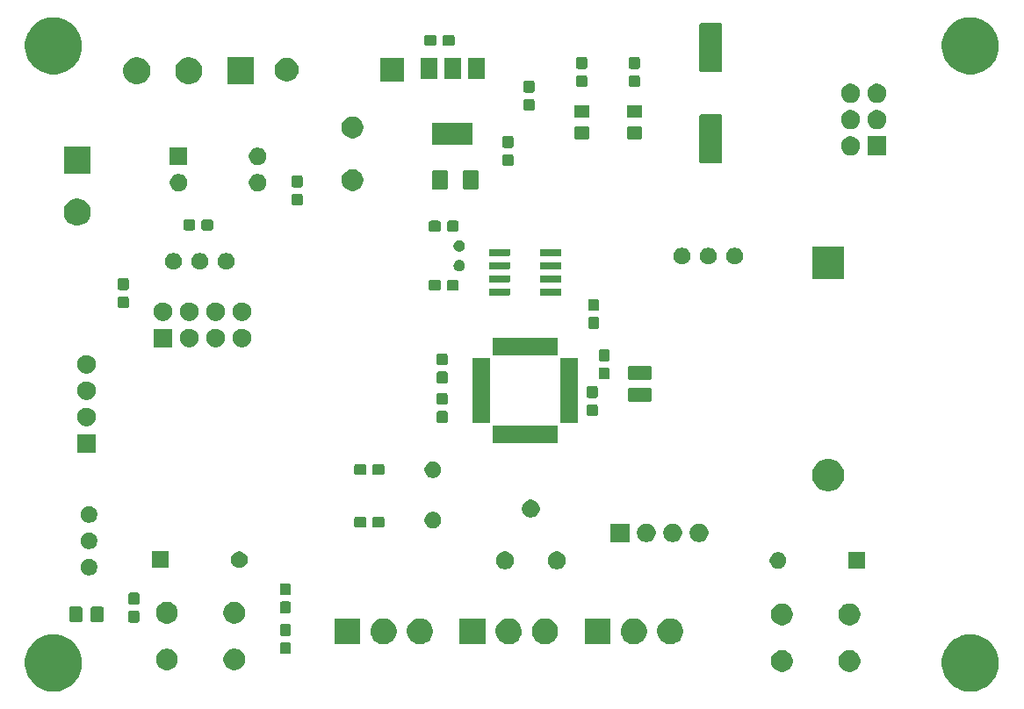
<source format=gbr>
G04 #@! TF.GenerationSoftware,KiCad,Pcbnew,(5.1.5)-3*
G04 #@! TF.CreationDate,2020-05-18T20:53:07+02:00*
G04 #@! TF.ProjectId,PONG_Display,504f4e47-5f44-4697-9370-6c61792e6b69,rev?*
G04 #@! TF.SameCoordinates,Original*
G04 #@! TF.FileFunction,Soldermask,Top*
G04 #@! TF.FilePolarity,Negative*
%FSLAX46Y46*%
G04 Gerber Fmt 4.6, Leading zero omitted, Abs format (unit mm)*
G04 Created by KiCad (PCBNEW (5.1.5)-3) date 2020-05-18 20:53:07*
%MOMM*%
%LPD*%
G04 APERTURE LIST*
%ADD10C,0.100000*%
G04 APERTURE END LIST*
D10*
G36*
X104883021Y-71816115D02*
G01*
X105323437Y-71903719D01*
X105824087Y-72111095D01*
X106004561Y-72231684D01*
X106274660Y-72412158D01*
X106657842Y-72795340D01*
X106838316Y-73065439D01*
X106958905Y-73245913D01*
X107166281Y-73746563D01*
X107166281Y-73746564D01*
X107272000Y-74278049D01*
X107272000Y-74819951D01*
X107236186Y-75000000D01*
X107166281Y-75351437D01*
X106958905Y-75852087D01*
X106902521Y-75936471D01*
X106657842Y-76302660D01*
X106274660Y-76685842D01*
X106011774Y-76861496D01*
X105824087Y-76986905D01*
X105323437Y-77194281D01*
X105057693Y-77247141D01*
X104791951Y-77300000D01*
X104250049Y-77300000D01*
X103984307Y-77247141D01*
X103718563Y-77194281D01*
X103217913Y-76986905D01*
X103030226Y-76861496D01*
X102767340Y-76685842D01*
X102384158Y-76302660D01*
X102139479Y-75936471D01*
X102083095Y-75852087D01*
X101875719Y-75351437D01*
X101805814Y-75000000D01*
X101770000Y-74819951D01*
X101770000Y-74278049D01*
X101875719Y-73746564D01*
X101875719Y-73746563D01*
X102083095Y-73245913D01*
X102203684Y-73065439D01*
X102384158Y-72795340D01*
X102767340Y-72412158D01*
X103037439Y-72231684D01*
X103217913Y-72111095D01*
X103718563Y-71903719D01*
X104158979Y-71816115D01*
X104250049Y-71798000D01*
X104791951Y-71798000D01*
X104883021Y-71816115D01*
G37*
G36*
X16484021Y-71816115D02*
G01*
X16924437Y-71903719D01*
X17425087Y-72111095D01*
X17605561Y-72231684D01*
X17875660Y-72412158D01*
X18258842Y-72795340D01*
X18439316Y-73065439D01*
X18559905Y-73245913D01*
X18767281Y-73746563D01*
X18767281Y-73746564D01*
X18873000Y-74278049D01*
X18873000Y-74819951D01*
X18837186Y-75000000D01*
X18767281Y-75351437D01*
X18559905Y-75852087D01*
X18503521Y-75936471D01*
X18258842Y-76302660D01*
X17875660Y-76685842D01*
X17612774Y-76861496D01*
X17425087Y-76986905D01*
X16924437Y-77194281D01*
X16658693Y-77247141D01*
X16392951Y-77300000D01*
X15851049Y-77300000D01*
X15585307Y-77247141D01*
X15319563Y-77194281D01*
X14818913Y-76986905D01*
X14631226Y-76861496D01*
X14368340Y-76685842D01*
X13985158Y-76302660D01*
X13740479Y-75936471D01*
X13684095Y-75852087D01*
X13476719Y-75351437D01*
X13406814Y-75000000D01*
X13371000Y-74819951D01*
X13371000Y-74278049D01*
X13476719Y-73746564D01*
X13476719Y-73746563D01*
X13684095Y-73245913D01*
X13804684Y-73065439D01*
X13985158Y-72795340D01*
X14368340Y-72412158D01*
X14638439Y-72231684D01*
X14818913Y-72111095D01*
X15319563Y-71903719D01*
X15759979Y-71816115D01*
X15851049Y-71798000D01*
X16392951Y-71798000D01*
X16484021Y-71816115D01*
G37*
G36*
X93166564Y-73339389D02*
G01*
X93357833Y-73418615D01*
X93357835Y-73418616D01*
X93529973Y-73533635D01*
X93676365Y-73680027D01*
X93720824Y-73746564D01*
X93791385Y-73852167D01*
X93870611Y-74043436D01*
X93911000Y-74246484D01*
X93911000Y-74453516D01*
X93870611Y-74656564D01*
X93802934Y-74819950D01*
X93791384Y-74847835D01*
X93676365Y-75019973D01*
X93529973Y-75166365D01*
X93357835Y-75281384D01*
X93357834Y-75281385D01*
X93357833Y-75281385D01*
X93166564Y-75360611D01*
X92963516Y-75401000D01*
X92756484Y-75401000D01*
X92553436Y-75360611D01*
X92362167Y-75281385D01*
X92362166Y-75281385D01*
X92362165Y-75281384D01*
X92190027Y-75166365D01*
X92043635Y-75019973D01*
X91928616Y-74847835D01*
X91917066Y-74819950D01*
X91849389Y-74656564D01*
X91809000Y-74453516D01*
X91809000Y-74246484D01*
X91849389Y-74043436D01*
X91928615Y-73852167D01*
X91999177Y-73746564D01*
X92043635Y-73680027D01*
X92190027Y-73533635D01*
X92362165Y-73418616D01*
X92362167Y-73418615D01*
X92553436Y-73339389D01*
X92756484Y-73299000D01*
X92963516Y-73299000D01*
X93166564Y-73339389D01*
G37*
G36*
X86666564Y-73339389D02*
G01*
X86857833Y-73418615D01*
X86857835Y-73418616D01*
X87029973Y-73533635D01*
X87176365Y-73680027D01*
X87220824Y-73746564D01*
X87291385Y-73852167D01*
X87370611Y-74043436D01*
X87411000Y-74246484D01*
X87411000Y-74453516D01*
X87370611Y-74656564D01*
X87302934Y-74819950D01*
X87291384Y-74847835D01*
X87176365Y-75019973D01*
X87029973Y-75166365D01*
X86857835Y-75281384D01*
X86857834Y-75281385D01*
X86857833Y-75281385D01*
X86666564Y-75360611D01*
X86463516Y-75401000D01*
X86256484Y-75401000D01*
X86053436Y-75360611D01*
X85862167Y-75281385D01*
X85862166Y-75281385D01*
X85862165Y-75281384D01*
X85690027Y-75166365D01*
X85543635Y-75019973D01*
X85428616Y-74847835D01*
X85417066Y-74819950D01*
X85349389Y-74656564D01*
X85309000Y-74453516D01*
X85309000Y-74246484D01*
X85349389Y-74043436D01*
X85428615Y-73852167D01*
X85499177Y-73746564D01*
X85543635Y-73680027D01*
X85690027Y-73533635D01*
X85862165Y-73418616D01*
X85862167Y-73418615D01*
X86053436Y-73339389D01*
X86256484Y-73299000D01*
X86463516Y-73299000D01*
X86666564Y-73339389D01*
G37*
G36*
X33857564Y-73181389D02*
G01*
X34019973Y-73248661D01*
X34048835Y-73260616D01*
X34220973Y-73375635D01*
X34367365Y-73522027D01*
X34474924Y-73683000D01*
X34482385Y-73694167D01*
X34561611Y-73885436D01*
X34602000Y-74088484D01*
X34602000Y-74295516D01*
X34561611Y-74498564D01*
X34559119Y-74504580D01*
X34482384Y-74689835D01*
X34367365Y-74861973D01*
X34220973Y-75008365D01*
X34048835Y-75123384D01*
X34048834Y-75123385D01*
X34048833Y-75123385D01*
X33857564Y-75202611D01*
X33654516Y-75243000D01*
X33447484Y-75243000D01*
X33244436Y-75202611D01*
X33053167Y-75123385D01*
X33053166Y-75123385D01*
X33053165Y-75123384D01*
X32881027Y-75008365D01*
X32734635Y-74861973D01*
X32619616Y-74689835D01*
X32542881Y-74504580D01*
X32540389Y-74498564D01*
X32500000Y-74295516D01*
X32500000Y-74088484D01*
X32540389Y-73885436D01*
X32619615Y-73694167D01*
X32627077Y-73683000D01*
X32734635Y-73522027D01*
X32881027Y-73375635D01*
X33053165Y-73260616D01*
X33082027Y-73248661D01*
X33244436Y-73181389D01*
X33447484Y-73141000D01*
X33654516Y-73141000D01*
X33857564Y-73181389D01*
G37*
G36*
X27357564Y-73181389D02*
G01*
X27519973Y-73248661D01*
X27548835Y-73260616D01*
X27720973Y-73375635D01*
X27867365Y-73522027D01*
X27974924Y-73683000D01*
X27982385Y-73694167D01*
X28061611Y-73885436D01*
X28102000Y-74088484D01*
X28102000Y-74295516D01*
X28061611Y-74498564D01*
X28059119Y-74504580D01*
X27982384Y-74689835D01*
X27867365Y-74861973D01*
X27720973Y-75008365D01*
X27548835Y-75123384D01*
X27548834Y-75123385D01*
X27548833Y-75123385D01*
X27357564Y-75202611D01*
X27154516Y-75243000D01*
X26947484Y-75243000D01*
X26744436Y-75202611D01*
X26553167Y-75123385D01*
X26553166Y-75123385D01*
X26553165Y-75123384D01*
X26381027Y-75008365D01*
X26234635Y-74861973D01*
X26119616Y-74689835D01*
X26042881Y-74504580D01*
X26040389Y-74498564D01*
X26000000Y-74295516D01*
X26000000Y-74088484D01*
X26040389Y-73885436D01*
X26119615Y-73694167D01*
X26127077Y-73683000D01*
X26234635Y-73522027D01*
X26381027Y-73375635D01*
X26553165Y-73260616D01*
X26582027Y-73248661D01*
X26744436Y-73181389D01*
X26947484Y-73141000D01*
X27154516Y-73141000D01*
X27357564Y-73181389D01*
G37*
G36*
X38845499Y-72535445D02*
G01*
X38882995Y-72546820D01*
X38917554Y-72565292D01*
X38947847Y-72590153D01*
X38972708Y-72620446D01*
X38991180Y-72655005D01*
X39002555Y-72692501D01*
X39007000Y-72737638D01*
X39007000Y-73476362D01*
X39002555Y-73521499D01*
X38991180Y-73558995D01*
X38972708Y-73593554D01*
X38947847Y-73623847D01*
X38917554Y-73648708D01*
X38882995Y-73667180D01*
X38845499Y-73678555D01*
X38800362Y-73683000D01*
X38161638Y-73683000D01*
X38116501Y-73678555D01*
X38079005Y-73667180D01*
X38044446Y-73648708D01*
X38014153Y-73623847D01*
X37989292Y-73593554D01*
X37970820Y-73558995D01*
X37959445Y-73521499D01*
X37955000Y-73476362D01*
X37955000Y-72737638D01*
X37959445Y-72692501D01*
X37970820Y-72655005D01*
X37989292Y-72620446D01*
X38014153Y-72590153D01*
X38044446Y-72565292D01*
X38079005Y-72546820D01*
X38116501Y-72535445D01*
X38161638Y-72531000D01*
X38800362Y-72531000D01*
X38845499Y-72535445D01*
G37*
G36*
X69831000Y-72721000D02*
G01*
X67329000Y-72721000D01*
X67329000Y-70219000D01*
X69831000Y-70219000D01*
X69831000Y-72721000D01*
G37*
G36*
X75944903Y-70267075D02*
G01*
X76139876Y-70347835D01*
X76172571Y-70361378D01*
X76377466Y-70498285D01*
X76551715Y-70672534D01*
X76683956Y-70870446D01*
X76688623Y-70877431D01*
X76782925Y-71105097D01*
X76831000Y-71346786D01*
X76831000Y-71593214D01*
X76795537Y-71771499D01*
X76782925Y-71834903D01*
X76688622Y-72062571D01*
X76551715Y-72267466D01*
X76377466Y-72441715D01*
X76172571Y-72578622D01*
X76172570Y-72578623D01*
X76172569Y-72578623D01*
X75944903Y-72672925D01*
X75703214Y-72721000D01*
X75456786Y-72721000D01*
X75215097Y-72672925D01*
X74987431Y-72578623D01*
X74987430Y-72578623D01*
X74987429Y-72578622D01*
X74782534Y-72441715D01*
X74608285Y-72267466D01*
X74471378Y-72062571D01*
X74377075Y-71834903D01*
X74364463Y-71771499D01*
X74329000Y-71593214D01*
X74329000Y-71346786D01*
X74377075Y-71105097D01*
X74471377Y-70877431D01*
X74476044Y-70870446D01*
X74608285Y-70672534D01*
X74782534Y-70498285D01*
X74987429Y-70361378D01*
X75020125Y-70347835D01*
X75215097Y-70267075D01*
X75456786Y-70219000D01*
X75703214Y-70219000D01*
X75944903Y-70267075D01*
G37*
G36*
X72444903Y-70267075D02*
G01*
X72639876Y-70347835D01*
X72672571Y-70361378D01*
X72877466Y-70498285D01*
X73051715Y-70672534D01*
X73183956Y-70870446D01*
X73188623Y-70877431D01*
X73282925Y-71105097D01*
X73331000Y-71346786D01*
X73331000Y-71593214D01*
X73295537Y-71771499D01*
X73282925Y-71834903D01*
X73188622Y-72062571D01*
X73051715Y-72267466D01*
X72877466Y-72441715D01*
X72672571Y-72578622D01*
X72672570Y-72578623D01*
X72672569Y-72578623D01*
X72444903Y-72672925D01*
X72203214Y-72721000D01*
X71956786Y-72721000D01*
X71715097Y-72672925D01*
X71487431Y-72578623D01*
X71487430Y-72578623D01*
X71487429Y-72578622D01*
X71282534Y-72441715D01*
X71108285Y-72267466D01*
X70971378Y-72062571D01*
X70877075Y-71834903D01*
X70864463Y-71771499D01*
X70829000Y-71593214D01*
X70829000Y-71346786D01*
X70877075Y-71105097D01*
X70971377Y-70877431D01*
X70976044Y-70870446D01*
X71108285Y-70672534D01*
X71282534Y-70498285D01*
X71487429Y-70361378D01*
X71520125Y-70347835D01*
X71715097Y-70267075D01*
X71956786Y-70219000D01*
X72203214Y-70219000D01*
X72444903Y-70267075D01*
G37*
G36*
X51814903Y-70267075D02*
G01*
X52009876Y-70347835D01*
X52042571Y-70361378D01*
X52247466Y-70498285D01*
X52421715Y-70672534D01*
X52553956Y-70870446D01*
X52558623Y-70877431D01*
X52652925Y-71105097D01*
X52701000Y-71346786D01*
X52701000Y-71593214D01*
X52665537Y-71771499D01*
X52652925Y-71834903D01*
X52558622Y-72062571D01*
X52421715Y-72267466D01*
X52247466Y-72441715D01*
X52042571Y-72578622D01*
X52042570Y-72578623D01*
X52042569Y-72578623D01*
X51814903Y-72672925D01*
X51573214Y-72721000D01*
X51326786Y-72721000D01*
X51085097Y-72672925D01*
X50857431Y-72578623D01*
X50857430Y-72578623D01*
X50857429Y-72578622D01*
X50652534Y-72441715D01*
X50478285Y-72267466D01*
X50341378Y-72062571D01*
X50247075Y-71834903D01*
X50234463Y-71771499D01*
X50199000Y-71593214D01*
X50199000Y-71346786D01*
X50247075Y-71105097D01*
X50341377Y-70877431D01*
X50346044Y-70870446D01*
X50478285Y-70672534D01*
X50652534Y-70498285D01*
X50857429Y-70361378D01*
X50890125Y-70347835D01*
X51085097Y-70267075D01*
X51326786Y-70219000D01*
X51573214Y-70219000D01*
X51814903Y-70267075D01*
G37*
G36*
X48314903Y-70267075D02*
G01*
X48509876Y-70347835D01*
X48542571Y-70361378D01*
X48747466Y-70498285D01*
X48921715Y-70672534D01*
X49053956Y-70870446D01*
X49058623Y-70877431D01*
X49152925Y-71105097D01*
X49201000Y-71346786D01*
X49201000Y-71593214D01*
X49165537Y-71771499D01*
X49152925Y-71834903D01*
X49058622Y-72062571D01*
X48921715Y-72267466D01*
X48747466Y-72441715D01*
X48542571Y-72578622D01*
X48542570Y-72578623D01*
X48542569Y-72578623D01*
X48314903Y-72672925D01*
X48073214Y-72721000D01*
X47826786Y-72721000D01*
X47585097Y-72672925D01*
X47357431Y-72578623D01*
X47357430Y-72578623D01*
X47357429Y-72578622D01*
X47152534Y-72441715D01*
X46978285Y-72267466D01*
X46841378Y-72062571D01*
X46747075Y-71834903D01*
X46734463Y-71771499D01*
X46699000Y-71593214D01*
X46699000Y-71346786D01*
X46747075Y-71105097D01*
X46841377Y-70877431D01*
X46846044Y-70870446D01*
X46978285Y-70672534D01*
X47152534Y-70498285D01*
X47357429Y-70361378D01*
X47390125Y-70347835D01*
X47585097Y-70267075D01*
X47826786Y-70219000D01*
X48073214Y-70219000D01*
X48314903Y-70267075D01*
G37*
G36*
X63879903Y-70267075D02*
G01*
X64074876Y-70347835D01*
X64107571Y-70361378D01*
X64312466Y-70498285D01*
X64486715Y-70672534D01*
X64618956Y-70870446D01*
X64623623Y-70877431D01*
X64717925Y-71105097D01*
X64766000Y-71346786D01*
X64766000Y-71593214D01*
X64730537Y-71771499D01*
X64717925Y-71834903D01*
X64623622Y-72062571D01*
X64486715Y-72267466D01*
X64312466Y-72441715D01*
X64107571Y-72578622D01*
X64107570Y-72578623D01*
X64107569Y-72578623D01*
X63879903Y-72672925D01*
X63638214Y-72721000D01*
X63391786Y-72721000D01*
X63150097Y-72672925D01*
X62922431Y-72578623D01*
X62922430Y-72578623D01*
X62922429Y-72578622D01*
X62717534Y-72441715D01*
X62543285Y-72267466D01*
X62406378Y-72062571D01*
X62312075Y-71834903D01*
X62299463Y-71771499D01*
X62264000Y-71593214D01*
X62264000Y-71346786D01*
X62312075Y-71105097D01*
X62406377Y-70877431D01*
X62411044Y-70870446D01*
X62543285Y-70672534D01*
X62717534Y-70498285D01*
X62922429Y-70361378D01*
X62955125Y-70347835D01*
X63150097Y-70267075D01*
X63391786Y-70219000D01*
X63638214Y-70219000D01*
X63879903Y-70267075D01*
G37*
G36*
X60379903Y-70267075D02*
G01*
X60574876Y-70347835D01*
X60607571Y-70361378D01*
X60812466Y-70498285D01*
X60986715Y-70672534D01*
X61118956Y-70870446D01*
X61123623Y-70877431D01*
X61217925Y-71105097D01*
X61266000Y-71346786D01*
X61266000Y-71593214D01*
X61230537Y-71771499D01*
X61217925Y-71834903D01*
X61123622Y-72062571D01*
X60986715Y-72267466D01*
X60812466Y-72441715D01*
X60607571Y-72578622D01*
X60607570Y-72578623D01*
X60607569Y-72578623D01*
X60379903Y-72672925D01*
X60138214Y-72721000D01*
X59891786Y-72721000D01*
X59650097Y-72672925D01*
X59422431Y-72578623D01*
X59422430Y-72578623D01*
X59422429Y-72578622D01*
X59217534Y-72441715D01*
X59043285Y-72267466D01*
X58906378Y-72062571D01*
X58812075Y-71834903D01*
X58799463Y-71771499D01*
X58764000Y-71593214D01*
X58764000Y-71346786D01*
X58812075Y-71105097D01*
X58906377Y-70877431D01*
X58911044Y-70870446D01*
X59043285Y-70672534D01*
X59217534Y-70498285D01*
X59422429Y-70361378D01*
X59455125Y-70347835D01*
X59650097Y-70267075D01*
X59891786Y-70219000D01*
X60138214Y-70219000D01*
X60379903Y-70267075D01*
G37*
G36*
X57766000Y-72721000D02*
G01*
X55264000Y-72721000D01*
X55264000Y-70219000D01*
X57766000Y-70219000D01*
X57766000Y-72721000D01*
G37*
G36*
X45701000Y-72721000D02*
G01*
X43199000Y-72721000D01*
X43199000Y-70219000D01*
X45701000Y-70219000D01*
X45701000Y-72721000D01*
G37*
G36*
X38845499Y-70785445D02*
G01*
X38882995Y-70796820D01*
X38917554Y-70815292D01*
X38947847Y-70840153D01*
X38972708Y-70870446D01*
X38991180Y-70905005D01*
X39002555Y-70942501D01*
X39007000Y-70987638D01*
X39007000Y-71726362D01*
X39002555Y-71771499D01*
X38991180Y-71808995D01*
X38972708Y-71843554D01*
X38947847Y-71873847D01*
X38917554Y-71898708D01*
X38882995Y-71917180D01*
X38845499Y-71928555D01*
X38800362Y-71933000D01*
X38161638Y-71933000D01*
X38116501Y-71928555D01*
X38079005Y-71917180D01*
X38044446Y-71898708D01*
X38014153Y-71873847D01*
X37989292Y-71843554D01*
X37970820Y-71808995D01*
X37959445Y-71771499D01*
X37955000Y-71726362D01*
X37955000Y-70987638D01*
X37959445Y-70942501D01*
X37970820Y-70905005D01*
X37989292Y-70870446D01*
X38014153Y-70840153D01*
X38044446Y-70815292D01*
X38079005Y-70796820D01*
X38116501Y-70785445D01*
X38161638Y-70781000D01*
X38800362Y-70781000D01*
X38845499Y-70785445D01*
G37*
G36*
X86666564Y-68839389D02*
G01*
X86857833Y-68918615D01*
X86857835Y-68918616D01*
X87012600Y-69022027D01*
X87029973Y-69033635D01*
X87176365Y-69180027D01*
X87291385Y-69352167D01*
X87370611Y-69543436D01*
X87411000Y-69746484D01*
X87411000Y-69953516D01*
X87370611Y-70156564D01*
X87291385Y-70347833D01*
X87291384Y-70347835D01*
X87176365Y-70519973D01*
X87029973Y-70666365D01*
X86857835Y-70781384D01*
X86857834Y-70781385D01*
X86857833Y-70781385D01*
X86666564Y-70860611D01*
X86463516Y-70901000D01*
X86256484Y-70901000D01*
X86053436Y-70860611D01*
X85862167Y-70781385D01*
X85862166Y-70781385D01*
X85862165Y-70781384D01*
X85690027Y-70666365D01*
X85543635Y-70519973D01*
X85428616Y-70347835D01*
X85428615Y-70347833D01*
X85349389Y-70156564D01*
X85309000Y-69953516D01*
X85309000Y-69746484D01*
X85349389Y-69543436D01*
X85428615Y-69352167D01*
X85543635Y-69180027D01*
X85690027Y-69033635D01*
X85707400Y-69022027D01*
X85862165Y-68918616D01*
X85862167Y-68918615D01*
X86053436Y-68839389D01*
X86256484Y-68799000D01*
X86463516Y-68799000D01*
X86666564Y-68839389D01*
G37*
G36*
X93166564Y-68839389D02*
G01*
X93357833Y-68918615D01*
X93357835Y-68918616D01*
X93512600Y-69022027D01*
X93529973Y-69033635D01*
X93676365Y-69180027D01*
X93791385Y-69352167D01*
X93870611Y-69543436D01*
X93911000Y-69746484D01*
X93911000Y-69953516D01*
X93870611Y-70156564D01*
X93791385Y-70347833D01*
X93791384Y-70347835D01*
X93676365Y-70519973D01*
X93529973Y-70666365D01*
X93357835Y-70781384D01*
X93357834Y-70781385D01*
X93357833Y-70781385D01*
X93166564Y-70860611D01*
X92963516Y-70901000D01*
X92756484Y-70901000D01*
X92553436Y-70860611D01*
X92362167Y-70781385D01*
X92362166Y-70781385D01*
X92362165Y-70781384D01*
X92190027Y-70666365D01*
X92043635Y-70519973D01*
X91928616Y-70347835D01*
X91928615Y-70347833D01*
X91849389Y-70156564D01*
X91809000Y-69953516D01*
X91809000Y-69746484D01*
X91849389Y-69543436D01*
X91928615Y-69352167D01*
X92043635Y-69180027D01*
X92190027Y-69033635D01*
X92207400Y-69022027D01*
X92362165Y-68918616D01*
X92362167Y-68918615D01*
X92553436Y-68839389D01*
X92756484Y-68799000D01*
X92963516Y-68799000D01*
X93166564Y-68839389D01*
G37*
G36*
X33857564Y-68681389D02*
G01*
X34038546Y-68756354D01*
X34048835Y-68760616D01*
X34220973Y-68875635D01*
X34367365Y-69022027D01*
X34472063Y-69178718D01*
X34482385Y-69194167D01*
X34561611Y-69385436D01*
X34602000Y-69588484D01*
X34602000Y-69795516D01*
X34561611Y-69998564D01*
X34496165Y-70156564D01*
X34482384Y-70189835D01*
X34367365Y-70361973D01*
X34220973Y-70508365D01*
X34048835Y-70623384D01*
X34048834Y-70623385D01*
X34048833Y-70623385D01*
X33857564Y-70702611D01*
X33654516Y-70743000D01*
X33447484Y-70743000D01*
X33244436Y-70702611D01*
X33053167Y-70623385D01*
X33053166Y-70623385D01*
X33053165Y-70623384D01*
X32881027Y-70508365D01*
X32734635Y-70361973D01*
X32619616Y-70189835D01*
X32605835Y-70156564D01*
X32540389Y-69998564D01*
X32500000Y-69795516D01*
X32500000Y-69588484D01*
X32540389Y-69385436D01*
X32619615Y-69194167D01*
X32629938Y-69178718D01*
X32734635Y-69022027D01*
X32881027Y-68875635D01*
X33053165Y-68760616D01*
X33063454Y-68756354D01*
X33244436Y-68681389D01*
X33447484Y-68641000D01*
X33654516Y-68641000D01*
X33857564Y-68681389D01*
G37*
G36*
X27357564Y-68681389D02*
G01*
X27538546Y-68756354D01*
X27548835Y-68760616D01*
X27720973Y-68875635D01*
X27867365Y-69022027D01*
X27972063Y-69178718D01*
X27982385Y-69194167D01*
X28061611Y-69385436D01*
X28102000Y-69588484D01*
X28102000Y-69795516D01*
X28061611Y-69998564D01*
X27996165Y-70156564D01*
X27982384Y-70189835D01*
X27867365Y-70361973D01*
X27720973Y-70508365D01*
X27548835Y-70623384D01*
X27548834Y-70623385D01*
X27548833Y-70623385D01*
X27357564Y-70702611D01*
X27154516Y-70743000D01*
X26947484Y-70743000D01*
X26744436Y-70702611D01*
X26553167Y-70623385D01*
X26553166Y-70623385D01*
X26553165Y-70623384D01*
X26381027Y-70508365D01*
X26234635Y-70361973D01*
X26119616Y-70189835D01*
X26105835Y-70156564D01*
X26040389Y-69998564D01*
X26000000Y-69795516D01*
X26000000Y-69588484D01*
X26040389Y-69385436D01*
X26119615Y-69194167D01*
X26129938Y-69178718D01*
X26234635Y-69022027D01*
X26381027Y-68875635D01*
X26553165Y-68760616D01*
X26563454Y-68756354D01*
X26744436Y-68681389D01*
X26947484Y-68641000D01*
X27154516Y-68641000D01*
X27357564Y-68681389D01*
G37*
G36*
X24240499Y-69504445D02*
G01*
X24277995Y-69515820D01*
X24312554Y-69534292D01*
X24342847Y-69559153D01*
X24367708Y-69589446D01*
X24386180Y-69624005D01*
X24397555Y-69661501D01*
X24402000Y-69706638D01*
X24402000Y-70445362D01*
X24397555Y-70490499D01*
X24386180Y-70527995D01*
X24367708Y-70562554D01*
X24342847Y-70592847D01*
X24312554Y-70617708D01*
X24277995Y-70636180D01*
X24240499Y-70647555D01*
X24195362Y-70652000D01*
X23556638Y-70652000D01*
X23511501Y-70647555D01*
X23474005Y-70636180D01*
X23439446Y-70617708D01*
X23409153Y-70592847D01*
X23384292Y-70562554D01*
X23365820Y-70527995D01*
X23354445Y-70490499D01*
X23350000Y-70445362D01*
X23350000Y-69706638D01*
X23354445Y-69661501D01*
X23365820Y-69624005D01*
X23384292Y-69589446D01*
X23409153Y-69559153D01*
X23439446Y-69534292D01*
X23474005Y-69515820D01*
X23511501Y-69504445D01*
X23556638Y-69500000D01*
X24195362Y-69500000D01*
X24240499Y-69504445D01*
G37*
G36*
X18742674Y-69103465D02*
G01*
X18780367Y-69114899D01*
X18815103Y-69133466D01*
X18845548Y-69158452D01*
X18870534Y-69188897D01*
X18889101Y-69223633D01*
X18900535Y-69261326D01*
X18905000Y-69306661D01*
X18905000Y-70393339D01*
X18900535Y-70438674D01*
X18889101Y-70476367D01*
X18870534Y-70511103D01*
X18845548Y-70541548D01*
X18815103Y-70566534D01*
X18780367Y-70585101D01*
X18742674Y-70596535D01*
X18697339Y-70601000D01*
X17860661Y-70601000D01*
X17815326Y-70596535D01*
X17777633Y-70585101D01*
X17742897Y-70566534D01*
X17712452Y-70541548D01*
X17687466Y-70511103D01*
X17668899Y-70476367D01*
X17657465Y-70438674D01*
X17653000Y-70393339D01*
X17653000Y-69306661D01*
X17657465Y-69261326D01*
X17668899Y-69223633D01*
X17687466Y-69188897D01*
X17712452Y-69158452D01*
X17742897Y-69133466D01*
X17777633Y-69114899D01*
X17815326Y-69103465D01*
X17860661Y-69099000D01*
X18697339Y-69099000D01*
X18742674Y-69103465D01*
G37*
G36*
X20792674Y-69103465D02*
G01*
X20830367Y-69114899D01*
X20865103Y-69133466D01*
X20895548Y-69158452D01*
X20920534Y-69188897D01*
X20939101Y-69223633D01*
X20950535Y-69261326D01*
X20955000Y-69306661D01*
X20955000Y-70393339D01*
X20950535Y-70438674D01*
X20939101Y-70476367D01*
X20920534Y-70511103D01*
X20895548Y-70541548D01*
X20865103Y-70566534D01*
X20830367Y-70585101D01*
X20792674Y-70596535D01*
X20747339Y-70601000D01*
X19910661Y-70601000D01*
X19865326Y-70596535D01*
X19827633Y-70585101D01*
X19792897Y-70566534D01*
X19762452Y-70541548D01*
X19737466Y-70511103D01*
X19718899Y-70476367D01*
X19707465Y-70438674D01*
X19703000Y-70393339D01*
X19703000Y-69306661D01*
X19707465Y-69261326D01*
X19718899Y-69223633D01*
X19737466Y-69188897D01*
X19762452Y-69158452D01*
X19792897Y-69133466D01*
X19827633Y-69114899D01*
X19865326Y-69103465D01*
X19910661Y-69099000D01*
X20747339Y-69099000D01*
X20792674Y-69103465D01*
G37*
G36*
X38845499Y-68598445D02*
G01*
X38882995Y-68609820D01*
X38917554Y-68628292D01*
X38947847Y-68653153D01*
X38972708Y-68683446D01*
X38991180Y-68718005D01*
X39002555Y-68755501D01*
X39007000Y-68800638D01*
X39007000Y-69539362D01*
X39002555Y-69584499D01*
X38991180Y-69621995D01*
X38972708Y-69656554D01*
X38947847Y-69686847D01*
X38917554Y-69711708D01*
X38882995Y-69730180D01*
X38845499Y-69741555D01*
X38800362Y-69746000D01*
X38161638Y-69746000D01*
X38116501Y-69741555D01*
X38079005Y-69730180D01*
X38044446Y-69711708D01*
X38014153Y-69686847D01*
X37989292Y-69656554D01*
X37970820Y-69621995D01*
X37959445Y-69584499D01*
X37955000Y-69539362D01*
X37955000Y-68800638D01*
X37959445Y-68755501D01*
X37970820Y-68718005D01*
X37989292Y-68683446D01*
X38014153Y-68653153D01*
X38044446Y-68628292D01*
X38079005Y-68609820D01*
X38116501Y-68598445D01*
X38161638Y-68594000D01*
X38800362Y-68594000D01*
X38845499Y-68598445D01*
G37*
G36*
X24240499Y-67754445D02*
G01*
X24277995Y-67765820D01*
X24312554Y-67784292D01*
X24342847Y-67809153D01*
X24367708Y-67839446D01*
X24386180Y-67874005D01*
X24397555Y-67911501D01*
X24402000Y-67956638D01*
X24402000Y-68695362D01*
X24397555Y-68740499D01*
X24386180Y-68777995D01*
X24367708Y-68812554D01*
X24342847Y-68842847D01*
X24312554Y-68867708D01*
X24277995Y-68886180D01*
X24240499Y-68897555D01*
X24195362Y-68902000D01*
X23556638Y-68902000D01*
X23511501Y-68897555D01*
X23474005Y-68886180D01*
X23439446Y-68867708D01*
X23409153Y-68842847D01*
X23384292Y-68812554D01*
X23365820Y-68777995D01*
X23354445Y-68740499D01*
X23350000Y-68695362D01*
X23350000Y-67956638D01*
X23354445Y-67911501D01*
X23365820Y-67874005D01*
X23384292Y-67839446D01*
X23409153Y-67809153D01*
X23439446Y-67784292D01*
X23474005Y-67765820D01*
X23511501Y-67754445D01*
X23556638Y-67750000D01*
X24195362Y-67750000D01*
X24240499Y-67754445D01*
G37*
G36*
X38845499Y-66848445D02*
G01*
X38882995Y-66859820D01*
X38917554Y-66878292D01*
X38947847Y-66903153D01*
X38972708Y-66933446D01*
X38991180Y-66968005D01*
X39002555Y-67005501D01*
X39007000Y-67050638D01*
X39007000Y-67789362D01*
X39002555Y-67834499D01*
X38991180Y-67871995D01*
X38972708Y-67906554D01*
X38947847Y-67936847D01*
X38917554Y-67961708D01*
X38882995Y-67980180D01*
X38845499Y-67991555D01*
X38800362Y-67996000D01*
X38161638Y-67996000D01*
X38116501Y-67991555D01*
X38079005Y-67980180D01*
X38044446Y-67961708D01*
X38014153Y-67936847D01*
X37989292Y-67906554D01*
X37970820Y-67871995D01*
X37959445Y-67834499D01*
X37955000Y-67789362D01*
X37955000Y-67050638D01*
X37959445Y-67005501D01*
X37970820Y-66968005D01*
X37989292Y-66933446D01*
X38014153Y-66903153D01*
X38044446Y-66878292D01*
X38079005Y-66859820D01*
X38116501Y-66848445D01*
X38161638Y-66844000D01*
X38800362Y-66844000D01*
X38845499Y-66848445D01*
G37*
G36*
X19771142Y-64496242D02*
G01*
X19919101Y-64557529D01*
X20052255Y-64646499D01*
X20165501Y-64759745D01*
X20254471Y-64892899D01*
X20315758Y-65040858D01*
X20347000Y-65197925D01*
X20347000Y-65358075D01*
X20315758Y-65515142D01*
X20254471Y-65663101D01*
X20165501Y-65796255D01*
X20052255Y-65909501D01*
X19919101Y-65998471D01*
X19771142Y-66059758D01*
X19614075Y-66091000D01*
X19453925Y-66091000D01*
X19296858Y-66059758D01*
X19148899Y-65998471D01*
X19015745Y-65909501D01*
X18902499Y-65796255D01*
X18813529Y-65663101D01*
X18752242Y-65515142D01*
X18721000Y-65358075D01*
X18721000Y-65197925D01*
X18752242Y-65040858D01*
X18813529Y-64892899D01*
X18902499Y-64759745D01*
X19015745Y-64646499D01*
X19148899Y-64557529D01*
X19296858Y-64496242D01*
X19453925Y-64465000D01*
X19614075Y-64465000D01*
X19771142Y-64496242D01*
G37*
G36*
X59894143Y-63815087D02*
G01*
X60050838Y-63879992D01*
X60191853Y-63974215D01*
X60311785Y-64094147D01*
X60406008Y-64235162D01*
X60470913Y-64391857D01*
X60504000Y-64558198D01*
X60504000Y-64727802D01*
X60470913Y-64894143D01*
X60406008Y-65050838D01*
X60311785Y-65191853D01*
X60191853Y-65311785D01*
X60050838Y-65406008D01*
X59894143Y-65470913D01*
X59727802Y-65504000D01*
X59558198Y-65504000D01*
X59391857Y-65470913D01*
X59235162Y-65406008D01*
X59094147Y-65311785D01*
X58974215Y-65191853D01*
X58879992Y-65050838D01*
X58815087Y-64894143D01*
X58782000Y-64727802D01*
X58782000Y-64558198D01*
X58815087Y-64391857D01*
X58879992Y-64235162D01*
X58974215Y-64094147D01*
X59094147Y-63974215D01*
X59235162Y-63879992D01*
X59391857Y-63815087D01*
X59558198Y-63782000D01*
X59727802Y-63782000D01*
X59894143Y-63815087D01*
G37*
G36*
X64894143Y-63815087D02*
G01*
X65050838Y-63879992D01*
X65191853Y-63974215D01*
X65311785Y-64094147D01*
X65406008Y-64235162D01*
X65470913Y-64391857D01*
X65504000Y-64558198D01*
X65504000Y-64727802D01*
X65470913Y-64894143D01*
X65406008Y-65050838D01*
X65311785Y-65191853D01*
X65191853Y-65311785D01*
X65050838Y-65406008D01*
X64894143Y-65470913D01*
X64727802Y-65504000D01*
X64558198Y-65504000D01*
X64391857Y-65470913D01*
X64235162Y-65406008D01*
X64094147Y-65311785D01*
X63974215Y-65191853D01*
X63879992Y-65050838D01*
X63815087Y-64894143D01*
X63782000Y-64727802D01*
X63782000Y-64558198D01*
X63815087Y-64391857D01*
X63879992Y-64235162D01*
X63974215Y-64094147D01*
X64094147Y-63974215D01*
X64235162Y-63879992D01*
X64391857Y-63815087D01*
X64558198Y-63782000D01*
X64727802Y-63782000D01*
X64894143Y-63815087D01*
G37*
G36*
X94400000Y-65444000D02*
G01*
X92798000Y-65444000D01*
X92798000Y-63842000D01*
X94400000Y-63842000D01*
X94400000Y-65444000D01*
G37*
G36*
X86212642Y-63872781D02*
G01*
X86358414Y-63933162D01*
X86358416Y-63933163D01*
X86489608Y-64020822D01*
X86601178Y-64132392D01*
X86688837Y-64263584D01*
X86688838Y-64263586D01*
X86749219Y-64409358D01*
X86780000Y-64564107D01*
X86780000Y-64721893D01*
X86749219Y-64876642D01*
X86688838Y-65022414D01*
X86688837Y-65022416D01*
X86601178Y-65153608D01*
X86489608Y-65265178D01*
X86358416Y-65352837D01*
X86358415Y-65352838D01*
X86358414Y-65352838D01*
X86212642Y-65413219D01*
X86057893Y-65444000D01*
X85900107Y-65444000D01*
X85745358Y-65413219D01*
X85599586Y-65352838D01*
X85599585Y-65352838D01*
X85599584Y-65352837D01*
X85468392Y-65265178D01*
X85356822Y-65153608D01*
X85269163Y-65022416D01*
X85269162Y-65022414D01*
X85208781Y-64876642D01*
X85178000Y-64721893D01*
X85178000Y-64564107D01*
X85208781Y-64409358D01*
X85269162Y-64263586D01*
X85269163Y-64263584D01*
X85356822Y-64132392D01*
X85468392Y-64020822D01*
X85599584Y-63933163D01*
X85599586Y-63933162D01*
X85745358Y-63872781D01*
X85900107Y-63842000D01*
X86057893Y-63842000D01*
X86212642Y-63872781D01*
G37*
G36*
X27217000Y-65380500D02*
G01*
X25615000Y-65380500D01*
X25615000Y-63778500D01*
X27217000Y-63778500D01*
X27217000Y-65380500D01*
G37*
G36*
X34269642Y-63809281D02*
G01*
X34415414Y-63869662D01*
X34415416Y-63869663D01*
X34546608Y-63957322D01*
X34658178Y-64068892D01*
X34745837Y-64200084D01*
X34745838Y-64200086D01*
X34806219Y-64345858D01*
X34837000Y-64500607D01*
X34837000Y-64658393D01*
X34806219Y-64813142D01*
X34745838Y-64958914D01*
X34745837Y-64958916D01*
X34658178Y-65090108D01*
X34546608Y-65201678D01*
X34415416Y-65289337D01*
X34415415Y-65289338D01*
X34415414Y-65289338D01*
X34269642Y-65349719D01*
X34114893Y-65380500D01*
X33957107Y-65380500D01*
X33802358Y-65349719D01*
X33656586Y-65289338D01*
X33656585Y-65289338D01*
X33656584Y-65289337D01*
X33525392Y-65201678D01*
X33413822Y-65090108D01*
X33326163Y-64958916D01*
X33326162Y-64958914D01*
X33265781Y-64813142D01*
X33235000Y-64658393D01*
X33235000Y-64500607D01*
X33265781Y-64345858D01*
X33326162Y-64200086D01*
X33326163Y-64200084D01*
X33413822Y-64068892D01*
X33525392Y-63957322D01*
X33656584Y-63869663D01*
X33656586Y-63869662D01*
X33802358Y-63809281D01*
X33957107Y-63778500D01*
X34114893Y-63778500D01*
X34269642Y-63809281D01*
G37*
G36*
X19771142Y-61956242D02*
G01*
X19919101Y-62017529D01*
X20052255Y-62106499D01*
X20165501Y-62219745D01*
X20254471Y-62352899D01*
X20315758Y-62500858D01*
X20347000Y-62657925D01*
X20347000Y-62818075D01*
X20315758Y-62975142D01*
X20254471Y-63123101D01*
X20165501Y-63256255D01*
X20052255Y-63369501D01*
X19919101Y-63458471D01*
X19771142Y-63519758D01*
X19614075Y-63551000D01*
X19453925Y-63551000D01*
X19296858Y-63519758D01*
X19148899Y-63458471D01*
X19015745Y-63369501D01*
X18902499Y-63256255D01*
X18813529Y-63123101D01*
X18752242Y-62975142D01*
X18721000Y-62818075D01*
X18721000Y-62657925D01*
X18752242Y-62500858D01*
X18813529Y-62352899D01*
X18902499Y-62219745D01*
X19015745Y-62106499D01*
X19148899Y-62017529D01*
X19296858Y-61956242D01*
X19453925Y-61925000D01*
X19614075Y-61925000D01*
X19771142Y-61956242D01*
G37*
G36*
X78472512Y-61079927D02*
G01*
X78621812Y-61109624D01*
X78785784Y-61177544D01*
X78933354Y-61276147D01*
X79058853Y-61401646D01*
X79157456Y-61549216D01*
X79225376Y-61713188D01*
X79260000Y-61887259D01*
X79260000Y-62064741D01*
X79225376Y-62238812D01*
X79157456Y-62402784D01*
X79058853Y-62550354D01*
X78933354Y-62675853D01*
X78785784Y-62774456D01*
X78621812Y-62842376D01*
X78472512Y-62872073D01*
X78447742Y-62877000D01*
X78270258Y-62877000D01*
X78245488Y-62872073D01*
X78096188Y-62842376D01*
X77932216Y-62774456D01*
X77784646Y-62675853D01*
X77659147Y-62550354D01*
X77560544Y-62402784D01*
X77492624Y-62238812D01*
X77458000Y-62064741D01*
X77458000Y-61887259D01*
X77492624Y-61713188D01*
X77560544Y-61549216D01*
X77659147Y-61401646D01*
X77784646Y-61276147D01*
X77932216Y-61177544D01*
X78096188Y-61109624D01*
X78245488Y-61079927D01*
X78270258Y-61075000D01*
X78447742Y-61075000D01*
X78472512Y-61079927D01*
G37*
G36*
X71640000Y-62877000D02*
G01*
X69838000Y-62877000D01*
X69838000Y-61075000D01*
X71640000Y-61075000D01*
X71640000Y-62877000D01*
G37*
G36*
X73392512Y-61079927D02*
G01*
X73541812Y-61109624D01*
X73705784Y-61177544D01*
X73853354Y-61276147D01*
X73978853Y-61401646D01*
X74077456Y-61549216D01*
X74145376Y-61713188D01*
X74180000Y-61887259D01*
X74180000Y-62064741D01*
X74145376Y-62238812D01*
X74077456Y-62402784D01*
X73978853Y-62550354D01*
X73853354Y-62675853D01*
X73705784Y-62774456D01*
X73541812Y-62842376D01*
X73392512Y-62872073D01*
X73367742Y-62877000D01*
X73190258Y-62877000D01*
X73165488Y-62872073D01*
X73016188Y-62842376D01*
X72852216Y-62774456D01*
X72704646Y-62675853D01*
X72579147Y-62550354D01*
X72480544Y-62402784D01*
X72412624Y-62238812D01*
X72378000Y-62064741D01*
X72378000Y-61887259D01*
X72412624Y-61713188D01*
X72480544Y-61549216D01*
X72579147Y-61401646D01*
X72704646Y-61276147D01*
X72852216Y-61177544D01*
X73016188Y-61109624D01*
X73165488Y-61079927D01*
X73190258Y-61075000D01*
X73367742Y-61075000D01*
X73392512Y-61079927D01*
G37*
G36*
X75932512Y-61079927D02*
G01*
X76081812Y-61109624D01*
X76245784Y-61177544D01*
X76393354Y-61276147D01*
X76518853Y-61401646D01*
X76617456Y-61549216D01*
X76685376Y-61713188D01*
X76720000Y-61887259D01*
X76720000Y-62064741D01*
X76685376Y-62238812D01*
X76617456Y-62402784D01*
X76518853Y-62550354D01*
X76393354Y-62675853D01*
X76245784Y-62774456D01*
X76081812Y-62842376D01*
X75932512Y-62872073D01*
X75907742Y-62877000D01*
X75730258Y-62877000D01*
X75705488Y-62872073D01*
X75556188Y-62842376D01*
X75392216Y-62774456D01*
X75244646Y-62675853D01*
X75119147Y-62550354D01*
X75020544Y-62402784D01*
X74952624Y-62238812D01*
X74918000Y-62064741D01*
X74918000Y-61887259D01*
X74952624Y-61713188D01*
X75020544Y-61549216D01*
X75119147Y-61401646D01*
X75244646Y-61276147D01*
X75392216Y-61177544D01*
X75556188Y-61109624D01*
X75705488Y-61079927D01*
X75730258Y-61075000D01*
X75907742Y-61075000D01*
X75932512Y-61079927D01*
G37*
G36*
X52938642Y-59989781D02*
G01*
X53084414Y-60050162D01*
X53084416Y-60050163D01*
X53215608Y-60137822D01*
X53327178Y-60249392D01*
X53346343Y-60278075D01*
X53414838Y-60380586D01*
X53475219Y-60526358D01*
X53506000Y-60681107D01*
X53506000Y-60838893D01*
X53475219Y-60993642D01*
X53468029Y-61011000D01*
X53414837Y-61139416D01*
X53327178Y-61270608D01*
X53215608Y-61382178D01*
X53084416Y-61469837D01*
X53084415Y-61469838D01*
X53084414Y-61469838D01*
X52938642Y-61530219D01*
X52783893Y-61561000D01*
X52626107Y-61561000D01*
X52471358Y-61530219D01*
X52325586Y-61469838D01*
X52325585Y-61469838D01*
X52325584Y-61469837D01*
X52194392Y-61382178D01*
X52082822Y-61270608D01*
X51995163Y-61139416D01*
X51941971Y-61011000D01*
X51934781Y-60993642D01*
X51904000Y-60838893D01*
X51904000Y-60681107D01*
X51934781Y-60526358D01*
X51995162Y-60380586D01*
X52063657Y-60278075D01*
X52082822Y-60249392D01*
X52194392Y-60137822D01*
X52325584Y-60050163D01*
X52325586Y-60050162D01*
X52471358Y-59989781D01*
X52626107Y-59959000D01*
X52783893Y-59959000D01*
X52938642Y-59989781D01*
G37*
G36*
X46111999Y-60438445D02*
G01*
X46149495Y-60449820D01*
X46184054Y-60468292D01*
X46214347Y-60493153D01*
X46239208Y-60523446D01*
X46257680Y-60558005D01*
X46269055Y-60595501D01*
X46273500Y-60640638D01*
X46273500Y-61279362D01*
X46269055Y-61324499D01*
X46257680Y-61361995D01*
X46239208Y-61396554D01*
X46214347Y-61426847D01*
X46184054Y-61451708D01*
X46149495Y-61470180D01*
X46111999Y-61481555D01*
X46066862Y-61486000D01*
X45328138Y-61486000D01*
X45283001Y-61481555D01*
X45245505Y-61470180D01*
X45210946Y-61451708D01*
X45180653Y-61426847D01*
X45155792Y-61396554D01*
X45137320Y-61361995D01*
X45125945Y-61324499D01*
X45121500Y-61279362D01*
X45121500Y-60640638D01*
X45125945Y-60595501D01*
X45137320Y-60558005D01*
X45155792Y-60523446D01*
X45180653Y-60493153D01*
X45210946Y-60468292D01*
X45245505Y-60449820D01*
X45283001Y-60438445D01*
X45328138Y-60434000D01*
X46066862Y-60434000D01*
X46111999Y-60438445D01*
G37*
G36*
X47861999Y-60438445D02*
G01*
X47899495Y-60449820D01*
X47934054Y-60468292D01*
X47964347Y-60493153D01*
X47989208Y-60523446D01*
X48007680Y-60558005D01*
X48019055Y-60595501D01*
X48023500Y-60640638D01*
X48023500Y-61279362D01*
X48019055Y-61324499D01*
X48007680Y-61361995D01*
X47989208Y-61396554D01*
X47964347Y-61426847D01*
X47934054Y-61451708D01*
X47899495Y-61470180D01*
X47861999Y-61481555D01*
X47816862Y-61486000D01*
X47078138Y-61486000D01*
X47033001Y-61481555D01*
X46995505Y-61470180D01*
X46960946Y-61451708D01*
X46930653Y-61426847D01*
X46905792Y-61396554D01*
X46887320Y-61361995D01*
X46875945Y-61324499D01*
X46871500Y-61279362D01*
X46871500Y-60640638D01*
X46875945Y-60595501D01*
X46887320Y-60558005D01*
X46905792Y-60523446D01*
X46930653Y-60493153D01*
X46960946Y-60468292D01*
X46995505Y-60449820D01*
X47033001Y-60438445D01*
X47078138Y-60434000D01*
X47816862Y-60434000D01*
X47861999Y-60438445D01*
G37*
G36*
X19771142Y-59416242D02*
G01*
X19919101Y-59477529D01*
X20052255Y-59566499D01*
X20165501Y-59679745D01*
X20254471Y-59812899D01*
X20315758Y-59960858D01*
X20347000Y-60117925D01*
X20347000Y-60278075D01*
X20315758Y-60435142D01*
X20254471Y-60583101D01*
X20165501Y-60716255D01*
X20052255Y-60829501D01*
X19919101Y-60918471D01*
X19771142Y-60979758D01*
X19614075Y-61011000D01*
X19453925Y-61011000D01*
X19296858Y-60979758D01*
X19148899Y-60918471D01*
X19015745Y-60829501D01*
X18902499Y-60716255D01*
X18813529Y-60583101D01*
X18752242Y-60435142D01*
X18721000Y-60278075D01*
X18721000Y-60117925D01*
X18752242Y-59960858D01*
X18813529Y-59812899D01*
X18902499Y-59679745D01*
X19015745Y-59566499D01*
X19148899Y-59477529D01*
X19296858Y-59416242D01*
X19453925Y-59385000D01*
X19614075Y-59385000D01*
X19771142Y-59416242D01*
G37*
G36*
X62394143Y-58815087D02*
G01*
X62550838Y-58879992D01*
X62691853Y-58974215D01*
X62811785Y-59094147D01*
X62906008Y-59235162D01*
X62970913Y-59391857D01*
X63004000Y-59558198D01*
X63004000Y-59727802D01*
X62970913Y-59894143D01*
X62906008Y-60050838D01*
X62811785Y-60191853D01*
X62691853Y-60311785D01*
X62550838Y-60406008D01*
X62394143Y-60470913D01*
X62227802Y-60504000D01*
X62058198Y-60504000D01*
X61891857Y-60470913D01*
X61735162Y-60406008D01*
X61594147Y-60311785D01*
X61474215Y-60191853D01*
X61379992Y-60050838D01*
X61315087Y-59894143D01*
X61282000Y-59727802D01*
X61282000Y-59558198D01*
X61315087Y-59391857D01*
X61379992Y-59235162D01*
X61474215Y-59094147D01*
X61594147Y-58974215D01*
X61735162Y-58879992D01*
X61891857Y-58815087D01*
X62058198Y-58782000D01*
X62227802Y-58782000D01*
X62394143Y-58815087D01*
G37*
G36*
X91107585Y-54878802D02*
G01*
X91257410Y-54908604D01*
X91539674Y-55025521D01*
X91793705Y-55195259D01*
X92009741Y-55411295D01*
X92179479Y-55665326D01*
X92235721Y-55801108D01*
X92296396Y-55947591D01*
X92346477Y-56199362D01*
X92356000Y-56247240D01*
X92356000Y-56552760D01*
X92296396Y-56852410D01*
X92179479Y-57134674D01*
X92009741Y-57388705D01*
X91793705Y-57604741D01*
X91539674Y-57774479D01*
X91257410Y-57891396D01*
X91107585Y-57921198D01*
X90957761Y-57951000D01*
X90652239Y-57951000D01*
X90502415Y-57921198D01*
X90352590Y-57891396D01*
X90070326Y-57774479D01*
X89816295Y-57604741D01*
X89600259Y-57388705D01*
X89430521Y-57134674D01*
X89313604Y-56852410D01*
X89254000Y-56552760D01*
X89254000Y-56247240D01*
X89263524Y-56199362D01*
X89313604Y-55947591D01*
X89374279Y-55801108D01*
X89430521Y-55665326D01*
X89600259Y-55411295D01*
X89816295Y-55195259D01*
X90070326Y-55025521D01*
X90352590Y-54908604D01*
X90502415Y-54878802D01*
X90652239Y-54849000D01*
X90957761Y-54849000D01*
X91107585Y-54878802D01*
G37*
G36*
X52938642Y-55109781D02*
G01*
X53084414Y-55170162D01*
X53084416Y-55170163D01*
X53215608Y-55257822D01*
X53327178Y-55369392D01*
X53394993Y-55470885D01*
X53414838Y-55500586D01*
X53475219Y-55646358D01*
X53506000Y-55801107D01*
X53506000Y-55958893D01*
X53475219Y-56113642D01*
X53414838Y-56259414D01*
X53414837Y-56259416D01*
X53327178Y-56390608D01*
X53215608Y-56502178D01*
X53084416Y-56589837D01*
X53084415Y-56589838D01*
X53084414Y-56589838D01*
X52938642Y-56650219D01*
X52783893Y-56681000D01*
X52626107Y-56681000D01*
X52471358Y-56650219D01*
X52325586Y-56589838D01*
X52325585Y-56589838D01*
X52325584Y-56589837D01*
X52194392Y-56502178D01*
X52082822Y-56390608D01*
X51995163Y-56259416D01*
X51995162Y-56259414D01*
X51934781Y-56113642D01*
X51904000Y-55958893D01*
X51904000Y-55801107D01*
X51934781Y-55646358D01*
X51995162Y-55500586D01*
X52015007Y-55470885D01*
X52082822Y-55369392D01*
X52194392Y-55257822D01*
X52325584Y-55170163D01*
X52325586Y-55170162D01*
X52471358Y-55109781D01*
X52626107Y-55079000D01*
X52783893Y-55079000D01*
X52938642Y-55109781D01*
G37*
G36*
X47861999Y-55358445D02*
G01*
X47899495Y-55369820D01*
X47934054Y-55388292D01*
X47964347Y-55413153D01*
X47989208Y-55443446D01*
X48007680Y-55478005D01*
X48019055Y-55515501D01*
X48023500Y-55560638D01*
X48023500Y-56199362D01*
X48019055Y-56244499D01*
X48007680Y-56281995D01*
X47989208Y-56316554D01*
X47964347Y-56346847D01*
X47934054Y-56371708D01*
X47899495Y-56390180D01*
X47861999Y-56401555D01*
X47816862Y-56406000D01*
X47078138Y-56406000D01*
X47033001Y-56401555D01*
X46995505Y-56390180D01*
X46960946Y-56371708D01*
X46930653Y-56346847D01*
X46905792Y-56316554D01*
X46887320Y-56281995D01*
X46875945Y-56244499D01*
X46871500Y-56199362D01*
X46871500Y-55560638D01*
X46875945Y-55515501D01*
X46887320Y-55478005D01*
X46905792Y-55443446D01*
X46930653Y-55413153D01*
X46960946Y-55388292D01*
X46995505Y-55369820D01*
X47033001Y-55358445D01*
X47078138Y-55354000D01*
X47816862Y-55354000D01*
X47861999Y-55358445D01*
G37*
G36*
X46111999Y-55358445D02*
G01*
X46149495Y-55369820D01*
X46184054Y-55388292D01*
X46214347Y-55413153D01*
X46239208Y-55443446D01*
X46257680Y-55478005D01*
X46269055Y-55515501D01*
X46273500Y-55560638D01*
X46273500Y-56199362D01*
X46269055Y-56244499D01*
X46257680Y-56281995D01*
X46239208Y-56316554D01*
X46214347Y-56346847D01*
X46184054Y-56371708D01*
X46149495Y-56390180D01*
X46111999Y-56401555D01*
X46066862Y-56406000D01*
X45328138Y-56406000D01*
X45283001Y-56401555D01*
X45245505Y-56390180D01*
X45210946Y-56371708D01*
X45180653Y-56346847D01*
X45155792Y-56316554D01*
X45137320Y-56281995D01*
X45125945Y-56244499D01*
X45121500Y-56199362D01*
X45121500Y-55560638D01*
X45125945Y-55515501D01*
X45137320Y-55478005D01*
X45155792Y-55443446D01*
X45180653Y-55413153D01*
X45210946Y-55388292D01*
X45245505Y-55369820D01*
X45283001Y-55358445D01*
X45328138Y-55354000D01*
X46066862Y-55354000D01*
X46111999Y-55358445D01*
G37*
G36*
X20205000Y-54241000D02*
G01*
X18403000Y-54241000D01*
X18403000Y-52439000D01*
X20205000Y-52439000D01*
X20205000Y-54241000D01*
G37*
G36*
X64721000Y-53361000D02*
G01*
X58469000Y-53361000D01*
X58469000Y-51659000D01*
X64721000Y-51659000D01*
X64721000Y-53361000D01*
G37*
G36*
X19417512Y-49903927D02*
G01*
X19566812Y-49933624D01*
X19730784Y-50001544D01*
X19878354Y-50100147D01*
X20003853Y-50225646D01*
X20102456Y-50373216D01*
X20170376Y-50537188D01*
X20205000Y-50711259D01*
X20205000Y-50888741D01*
X20170376Y-51062812D01*
X20102456Y-51226784D01*
X20003853Y-51374354D01*
X19878354Y-51499853D01*
X19730784Y-51598456D01*
X19566812Y-51666376D01*
X19417512Y-51696073D01*
X19392742Y-51701000D01*
X19215258Y-51701000D01*
X19190488Y-51696073D01*
X19041188Y-51666376D01*
X18877216Y-51598456D01*
X18729646Y-51499853D01*
X18604147Y-51374354D01*
X18505544Y-51226784D01*
X18437624Y-51062812D01*
X18403000Y-50888741D01*
X18403000Y-50711259D01*
X18437624Y-50537188D01*
X18505544Y-50373216D01*
X18604147Y-50225646D01*
X18729646Y-50100147D01*
X18877216Y-50001544D01*
X19041188Y-49933624D01*
X19190488Y-49903927D01*
X19215258Y-49899000D01*
X19392742Y-49899000D01*
X19417512Y-49903927D01*
G37*
G36*
X58196000Y-51386000D02*
G01*
X56494000Y-51386000D01*
X56494000Y-45134000D01*
X58196000Y-45134000D01*
X58196000Y-51386000D01*
G37*
G36*
X66696000Y-51386000D02*
G01*
X64994000Y-51386000D01*
X64994000Y-45134000D01*
X66696000Y-45134000D01*
X66696000Y-51386000D01*
G37*
G36*
X53958499Y-50228445D02*
G01*
X53995995Y-50239820D01*
X54030554Y-50258292D01*
X54060847Y-50283153D01*
X54085708Y-50313446D01*
X54104180Y-50348005D01*
X54115555Y-50385501D01*
X54120000Y-50430638D01*
X54120000Y-51169362D01*
X54115555Y-51214499D01*
X54104180Y-51251995D01*
X54085708Y-51286554D01*
X54060847Y-51316847D01*
X54030554Y-51341708D01*
X53995995Y-51360180D01*
X53958499Y-51371555D01*
X53913362Y-51376000D01*
X53274638Y-51376000D01*
X53229501Y-51371555D01*
X53192005Y-51360180D01*
X53157446Y-51341708D01*
X53127153Y-51316847D01*
X53102292Y-51286554D01*
X53083820Y-51251995D01*
X53072445Y-51214499D01*
X53068000Y-51169362D01*
X53068000Y-50430638D01*
X53072445Y-50385501D01*
X53083820Y-50348005D01*
X53102292Y-50313446D01*
X53127153Y-50283153D01*
X53157446Y-50258292D01*
X53192005Y-50239820D01*
X53229501Y-50228445D01*
X53274638Y-50224000D01*
X53913362Y-50224000D01*
X53958499Y-50228445D01*
G37*
G36*
X68436499Y-49579445D02*
G01*
X68473995Y-49590820D01*
X68508554Y-49609292D01*
X68538847Y-49634153D01*
X68563708Y-49664446D01*
X68582180Y-49699005D01*
X68593555Y-49736501D01*
X68598000Y-49781638D01*
X68598000Y-50520362D01*
X68593555Y-50565499D01*
X68582180Y-50602995D01*
X68563708Y-50637554D01*
X68538847Y-50667847D01*
X68508554Y-50692708D01*
X68473995Y-50711180D01*
X68436499Y-50722555D01*
X68391362Y-50727000D01*
X67752638Y-50727000D01*
X67707501Y-50722555D01*
X67670005Y-50711180D01*
X67635446Y-50692708D01*
X67605153Y-50667847D01*
X67580292Y-50637554D01*
X67561820Y-50602995D01*
X67550445Y-50565499D01*
X67546000Y-50520362D01*
X67546000Y-49781638D01*
X67550445Y-49736501D01*
X67561820Y-49699005D01*
X67580292Y-49664446D01*
X67605153Y-49634153D01*
X67635446Y-49609292D01*
X67670005Y-49590820D01*
X67707501Y-49579445D01*
X67752638Y-49575000D01*
X68391362Y-49575000D01*
X68436499Y-49579445D01*
G37*
G36*
X53958499Y-48478445D02*
G01*
X53995995Y-48489820D01*
X54030554Y-48508292D01*
X54060847Y-48533153D01*
X54085708Y-48563446D01*
X54104180Y-48598005D01*
X54115555Y-48635501D01*
X54120000Y-48680638D01*
X54120000Y-49419362D01*
X54115555Y-49464499D01*
X54104180Y-49501995D01*
X54085708Y-49536554D01*
X54060847Y-49566847D01*
X54030554Y-49591708D01*
X53995995Y-49610180D01*
X53958499Y-49621555D01*
X53913362Y-49626000D01*
X53274638Y-49626000D01*
X53229501Y-49621555D01*
X53192005Y-49610180D01*
X53157446Y-49591708D01*
X53127153Y-49566847D01*
X53102292Y-49536554D01*
X53083820Y-49501995D01*
X53072445Y-49464499D01*
X53068000Y-49419362D01*
X53068000Y-48680638D01*
X53072445Y-48635501D01*
X53083820Y-48598005D01*
X53102292Y-48563446D01*
X53127153Y-48533153D01*
X53157446Y-48508292D01*
X53192005Y-48489820D01*
X53229501Y-48478445D01*
X53274638Y-48474000D01*
X53913362Y-48474000D01*
X53958499Y-48478445D01*
G37*
G36*
X73637604Y-48003347D02*
G01*
X73674144Y-48014432D01*
X73707821Y-48032433D01*
X73737341Y-48056659D01*
X73761567Y-48086179D01*
X73779568Y-48119856D01*
X73790653Y-48156396D01*
X73795000Y-48200538D01*
X73795000Y-49149462D01*
X73790653Y-49193604D01*
X73779568Y-49230144D01*
X73761567Y-49263821D01*
X73737341Y-49293341D01*
X73707821Y-49317567D01*
X73674144Y-49335568D01*
X73637604Y-49346653D01*
X73593462Y-49351000D01*
X71694538Y-49351000D01*
X71650396Y-49346653D01*
X71613856Y-49335568D01*
X71580179Y-49317567D01*
X71550659Y-49293341D01*
X71526433Y-49263821D01*
X71508432Y-49230144D01*
X71497347Y-49193604D01*
X71493000Y-49149462D01*
X71493000Y-48200538D01*
X71497347Y-48156396D01*
X71508432Y-48119856D01*
X71526433Y-48086179D01*
X71550659Y-48056659D01*
X71580179Y-48032433D01*
X71613856Y-48014432D01*
X71650396Y-48003347D01*
X71694538Y-47999000D01*
X73593462Y-47999000D01*
X73637604Y-48003347D01*
G37*
G36*
X19417512Y-47363927D02*
G01*
X19566812Y-47393624D01*
X19730784Y-47461544D01*
X19878354Y-47560147D01*
X20003853Y-47685646D01*
X20102456Y-47833216D01*
X20170376Y-47997188D01*
X20200073Y-48146488D01*
X20203939Y-48165922D01*
X20205000Y-48171259D01*
X20205000Y-48348741D01*
X20170376Y-48522812D01*
X20102456Y-48686784D01*
X20003853Y-48834354D01*
X19878354Y-48959853D01*
X19730784Y-49058456D01*
X19566812Y-49126376D01*
X19417512Y-49156073D01*
X19392742Y-49161000D01*
X19215258Y-49161000D01*
X19190488Y-49156073D01*
X19041188Y-49126376D01*
X18877216Y-49058456D01*
X18729646Y-48959853D01*
X18604147Y-48834354D01*
X18505544Y-48686784D01*
X18437624Y-48522812D01*
X18403000Y-48348741D01*
X18403000Y-48171259D01*
X18404062Y-48165922D01*
X18407927Y-48146488D01*
X18437624Y-47997188D01*
X18505544Y-47833216D01*
X18604147Y-47685646D01*
X18729646Y-47560147D01*
X18877216Y-47461544D01*
X19041188Y-47393624D01*
X19190488Y-47363927D01*
X19215258Y-47359000D01*
X19392742Y-47359000D01*
X19417512Y-47363927D01*
G37*
G36*
X68436499Y-47829445D02*
G01*
X68473995Y-47840820D01*
X68508554Y-47859292D01*
X68538847Y-47884153D01*
X68563708Y-47914446D01*
X68582180Y-47949005D01*
X68593555Y-47986501D01*
X68598000Y-48031638D01*
X68598000Y-48770362D01*
X68593555Y-48815499D01*
X68582180Y-48852995D01*
X68563708Y-48887554D01*
X68538847Y-48917847D01*
X68508554Y-48942708D01*
X68473995Y-48961180D01*
X68436499Y-48972555D01*
X68391362Y-48977000D01*
X67752638Y-48977000D01*
X67707501Y-48972555D01*
X67670005Y-48961180D01*
X67635446Y-48942708D01*
X67605153Y-48917847D01*
X67580292Y-48887554D01*
X67561820Y-48852995D01*
X67550445Y-48815499D01*
X67546000Y-48770362D01*
X67546000Y-48031638D01*
X67550445Y-47986501D01*
X67561820Y-47949005D01*
X67580292Y-47914446D01*
X67605153Y-47884153D01*
X67635446Y-47859292D01*
X67670005Y-47840820D01*
X67707501Y-47829445D01*
X67752638Y-47825000D01*
X68391362Y-47825000D01*
X68436499Y-47829445D01*
G37*
G36*
X53958499Y-46418445D02*
G01*
X53995995Y-46429820D01*
X54030554Y-46448292D01*
X54060847Y-46473153D01*
X54085708Y-46503446D01*
X54104180Y-46538005D01*
X54115555Y-46575501D01*
X54120000Y-46620638D01*
X54120000Y-47359362D01*
X54115555Y-47404499D01*
X54104180Y-47441995D01*
X54085708Y-47476554D01*
X54060847Y-47506847D01*
X54030554Y-47531708D01*
X53995995Y-47550180D01*
X53958499Y-47561555D01*
X53913362Y-47566000D01*
X53274638Y-47566000D01*
X53229501Y-47561555D01*
X53192005Y-47550180D01*
X53157446Y-47531708D01*
X53127153Y-47506847D01*
X53102292Y-47476554D01*
X53083820Y-47441995D01*
X53072445Y-47404499D01*
X53068000Y-47359362D01*
X53068000Y-46620638D01*
X53072445Y-46575501D01*
X53083820Y-46538005D01*
X53102292Y-46503446D01*
X53127153Y-46473153D01*
X53157446Y-46448292D01*
X53192005Y-46429820D01*
X53229501Y-46418445D01*
X53274638Y-46414000D01*
X53913362Y-46414000D01*
X53958499Y-46418445D01*
G37*
G36*
X73637604Y-45853347D02*
G01*
X73674144Y-45864432D01*
X73707821Y-45882433D01*
X73737341Y-45906659D01*
X73761567Y-45936179D01*
X73779568Y-45969856D01*
X73790653Y-46006396D01*
X73795000Y-46050538D01*
X73795000Y-46999462D01*
X73790653Y-47043604D01*
X73779568Y-47080144D01*
X73761567Y-47113821D01*
X73737341Y-47143341D01*
X73707821Y-47167567D01*
X73674144Y-47185568D01*
X73637604Y-47196653D01*
X73593462Y-47201000D01*
X71694538Y-47201000D01*
X71650396Y-47196653D01*
X71613856Y-47185568D01*
X71580179Y-47167567D01*
X71550659Y-47143341D01*
X71526433Y-47113821D01*
X71508432Y-47080144D01*
X71497347Y-47043604D01*
X71493000Y-46999462D01*
X71493000Y-46050538D01*
X71497347Y-46006396D01*
X71508432Y-45969856D01*
X71526433Y-45936179D01*
X71550659Y-45906659D01*
X71580179Y-45882433D01*
X71613856Y-45864432D01*
X71650396Y-45853347D01*
X71694538Y-45849000D01*
X73593462Y-45849000D01*
X73637604Y-45853347D01*
G37*
G36*
X69579499Y-46023445D02*
G01*
X69616995Y-46034820D01*
X69651554Y-46053292D01*
X69681847Y-46078153D01*
X69706708Y-46108446D01*
X69725180Y-46143005D01*
X69736555Y-46180501D01*
X69741000Y-46225638D01*
X69741000Y-46964362D01*
X69736555Y-47009499D01*
X69725180Y-47046995D01*
X69706708Y-47081554D01*
X69681847Y-47111847D01*
X69651554Y-47136708D01*
X69616995Y-47155180D01*
X69579499Y-47166555D01*
X69534362Y-47171000D01*
X68895638Y-47171000D01*
X68850501Y-47166555D01*
X68813005Y-47155180D01*
X68778446Y-47136708D01*
X68748153Y-47111847D01*
X68723292Y-47081554D01*
X68704820Y-47046995D01*
X68693445Y-47009499D01*
X68689000Y-46964362D01*
X68689000Y-46225638D01*
X68693445Y-46180501D01*
X68704820Y-46143005D01*
X68723292Y-46108446D01*
X68748153Y-46078153D01*
X68778446Y-46053292D01*
X68813005Y-46034820D01*
X68850501Y-46023445D01*
X68895638Y-46019000D01*
X69534362Y-46019000D01*
X69579499Y-46023445D01*
G37*
G36*
X19417512Y-44823927D02*
G01*
X19566812Y-44853624D01*
X19730784Y-44921544D01*
X19878354Y-45020147D01*
X20003853Y-45145646D01*
X20102456Y-45293216D01*
X20170376Y-45457188D01*
X20205000Y-45631259D01*
X20205000Y-45808741D01*
X20170376Y-45982812D01*
X20102456Y-46146784D01*
X20003853Y-46294354D01*
X19878354Y-46419853D01*
X19730784Y-46518456D01*
X19566812Y-46586376D01*
X19417512Y-46616073D01*
X19392742Y-46621000D01*
X19215258Y-46621000D01*
X19190488Y-46616073D01*
X19041188Y-46586376D01*
X18877216Y-46518456D01*
X18729646Y-46419853D01*
X18604147Y-46294354D01*
X18505544Y-46146784D01*
X18437624Y-45982812D01*
X18403000Y-45808741D01*
X18403000Y-45631259D01*
X18437624Y-45457188D01*
X18505544Y-45293216D01*
X18604147Y-45145646D01*
X18729646Y-45020147D01*
X18877216Y-44921544D01*
X19041188Y-44853624D01*
X19190488Y-44823927D01*
X19215258Y-44819000D01*
X19392742Y-44819000D01*
X19417512Y-44823927D01*
G37*
G36*
X53958499Y-44668445D02*
G01*
X53995995Y-44679820D01*
X54030554Y-44698292D01*
X54060847Y-44723153D01*
X54085708Y-44753446D01*
X54104180Y-44788005D01*
X54115555Y-44825501D01*
X54120000Y-44870638D01*
X54120000Y-45609362D01*
X54115555Y-45654499D01*
X54104180Y-45691995D01*
X54085708Y-45726554D01*
X54060847Y-45756847D01*
X54030554Y-45781708D01*
X53995995Y-45800180D01*
X53958499Y-45811555D01*
X53913362Y-45816000D01*
X53274638Y-45816000D01*
X53229501Y-45811555D01*
X53192005Y-45800180D01*
X53157446Y-45781708D01*
X53127153Y-45756847D01*
X53102292Y-45726554D01*
X53083820Y-45691995D01*
X53072445Y-45654499D01*
X53068000Y-45609362D01*
X53068000Y-44870638D01*
X53072445Y-44825501D01*
X53083820Y-44788005D01*
X53102292Y-44753446D01*
X53127153Y-44723153D01*
X53157446Y-44698292D01*
X53192005Y-44679820D01*
X53229501Y-44668445D01*
X53274638Y-44664000D01*
X53913362Y-44664000D01*
X53958499Y-44668445D01*
G37*
G36*
X69579499Y-44273445D02*
G01*
X69616995Y-44284820D01*
X69651554Y-44303292D01*
X69681847Y-44328153D01*
X69706708Y-44358446D01*
X69725180Y-44393005D01*
X69736555Y-44430501D01*
X69741000Y-44475638D01*
X69741000Y-45214362D01*
X69736555Y-45259499D01*
X69725180Y-45296995D01*
X69706708Y-45331554D01*
X69681847Y-45361847D01*
X69651554Y-45386708D01*
X69616995Y-45405180D01*
X69579499Y-45416555D01*
X69534362Y-45421000D01*
X68895638Y-45421000D01*
X68850501Y-45416555D01*
X68813005Y-45405180D01*
X68778446Y-45386708D01*
X68748153Y-45361847D01*
X68723292Y-45331554D01*
X68704820Y-45296995D01*
X68693445Y-45259499D01*
X68689000Y-45214362D01*
X68689000Y-44475638D01*
X68693445Y-44430501D01*
X68704820Y-44393005D01*
X68723292Y-44358446D01*
X68748153Y-44328153D01*
X68778446Y-44303292D01*
X68813005Y-44284820D01*
X68850501Y-44273445D01*
X68895638Y-44269000D01*
X69534362Y-44269000D01*
X69579499Y-44273445D01*
G37*
G36*
X64721000Y-44861000D02*
G01*
X58469000Y-44861000D01*
X58469000Y-43159000D01*
X64721000Y-43159000D01*
X64721000Y-44861000D01*
G37*
G36*
X27571000Y-44081000D02*
G01*
X25769000Y-44081000D01*
X25769000Y-42279000D01*
X27571000Y-42279000D01*
X27571000Y-44081000D01*
G37*
G36*
X34403512Y-42283927D02*
G01*
X34552812Y-42313624D01*
X34716784Y-42381544D01*
X34864354Y-42480147D01*
X34989853Y-42605646D01*
X35088456Y-42753216D01*
X35156376Y-42917188D01*
X35191000Y-43091259D01*
X35191000Y-43268741D01*
X35156376Y-43442812D01*
X35088456Y-43606784D01*
X34989853Y-43754354D01*
X34864354Y-43879853D01*
X34716784Y-43978456D01*
X34552812Y-44046376D01*
X34403512Y-44076073D01*
X34378742Y-44081000D01*
X34201258Y-44081000D01*
X34176488Y-44076073D01*
X34027188Y-44046376D01*
X33863216Y-43978456D01*
X33715646Y-43879853D01*
X33590147Y-43754354D01*
X33491544Y-43606784D01*
X33423624Y-43442812D01*
X33389000Y-43268741D01*
X33389000Y-43091259D01*
X33423624Y-42917188D01*
X33491544Y-42753216D01*
X33590147Y-42605646D01*
X33715646Y-42480147D01*
X33863216Y-42381544D01*
X34027188Y-42313624D01*
X34176488Y-42283927D01*
X34201258Y-42279000D01*
X34378742Y-42279000D01*
X34403512Y-42283927D01*
G37*
G36*
X31863512Y-42283927D02*
G01*
X32012812Y-42313624D01*
X32176784Y-42381544D01*
X32324354Y-42480147D01*
X32449853Y-42605646D01*
X32548456Y-42753216D01*
X32616376Y-42917188D01*
X32651000Y-43091259D01*
X32651000Y-43268741D01*
X32616376Y-43442812D01*
X32548456Y-43606784D01*
X32449853Y-43754354D01*
X32324354Y-43879853D01*
X32176784Y-43978456D01*
X32012812Y-44046376D01*
X31863512Y-44076073D01*
X31838742Y-44081000D01*
X31661258Y-44081000D01*
X31636488Y-44076073D01*
X31487188Y-44046376D01*
X31323216Y-43978456D01*
X31175646Y-43879853D01*
X31050147Y-43754354D01*
X30951544Y-43606784D01*
X30883624Y-43442812D01*
X30849000Y-43268741D01*
X30849000Y-43091259D01*
X30883624Y-42917188D01*
X30951544Y-42753216D01*
X31050147Y-42605646D01*
X31175646Y-42480147D01*
X31323216Y-42381544D01*
X31487188Y-42313624D01*
X31636488Y-42283927D01*
X31661258Y-42279000D01*
X31838742Y-42279000D01*
X31863512Y-42283927D01*
G37*
G36*
X29323512Y-42283927D02*
G01*
X29472812Y-42313624D01*
X29636784Y-42381544D01*
X29784354Y-42480147D01*
X29909853Y-42605646D01*
X30008456Y-42753216D01*
X30076376Y-42917188D01*
X30111000Y-43091259D01*
X30111000Y-43268741D01*
X30076376Y-43442812D01*
X30008456Y-43606784D01*
X29909853Y-43754354D01*
X29784354Y-43879853D01*
X29636784Y-43978456D01*
X29472812Y-44046376D01*
X29323512Y-44076073D01*
X29298742Y-44081000D01*
X29121258Y-44081000D01*
X29096488Y-44076073D01*
X28947188Y-44046376D01*
X28783216Y-43978456D01*
X28635646Y-43879853D01*
X28510147Y-43754354D01*
X28411544Y-43606784D01*
X28343624Y-43442812D01*
X28309000Y-43268741D01*
X28309000Y-43091259D01*
X28343624Y-42917188D01*
X28411544Y-42753216D01*
X28510147Y-42605646D01*
X28635646Y-42480147D01*
X28783216Y-42381544D01*
X28947188Y-42313624D01*
X29096488Y-42283927D01*
X29121258Y-42279000D01*
X29298742Y-42279000D01*
X29323512Y-42283927D01*
G37*
G36*
X68563499Y-41160945D02*
G01*
X68600995Y-41172320D01*
X68635554Y-41190792D01*
X68665847Y-41215653D01*
X68690708Y-41245946D01*
X68709180Y-41280505D01*
X68720555Y-41318001D01*
X68725000Y-41363138D01*
X68725000Y-42101862D01*
X68720555Y-42146999D01*
X68709180Y-42184495D01*
X68690708Y-42219054D01*
X68665847Y-42249347D01*
X68635554Y-42274208D01*
X68600995Y-42292680D01*
X68563499Y-42304055D01*
X68518362Y-42308500D01*
X67879638Y-42308500D01*
X67834501Y-42304055D01*
X67797005Y-42292680D01*
X67762446Y-42274208D01*
X67732153Y-42249347D01*
X67707292Y-42219054D01*
X67688820Y-42184495D01*
X67677445Y-42146999D01*
X67673000Y-42101862D01*
X67673000Y-41363138D01*
X67677445Y-41318001D01*
X67688820Y-41280505D01*
X67707292Y-41245946D01*
X67732153Y-41215653D01*
X67762446Y-41190792D01*
X67797005Y-41172320D01*
X67834501Y-41160945D01*
X67879638Y-41156500D01*
X68518362Y-41156500D01*
X68563499Y-41160945D01*
G37*
G36*
X29323512Y-39743927D02*
G01*
X29472812Y-39773624D01*
X29636784Y-39841544D01*
X29784354Y-39940147D01*
X29909853Y-40065646D01*
X30008456Y-40213216D01*
X30076376Y-40377188D01*
X30111000Y-40551259D01*
X30111000Y-40728741D01*
X30076376Y-40902812D01*
X30008456Y-41066784D01*
X29909853Y-41214354D01*
X29784354Y-41339853D01*
X29636784Y-41438456D01*
X29472812Y-41506376D01*
X29323512Y-41536073D01*
X29298742Y-41541000D01*
X29121258Y-41541000D01*
X29096488Y-41536073D01*
X28947188Y-41506376D01*
X28783216Y-41438456D01*
X28635646Y-41339853D01*
X28510147Y-41214354D01*
X28411544Y-41066784D01*
X28343624Y-40902812D01*
X28309000Y-40728741D01*
X28309000Y-40551259D01*
X28343624Y-40377188D01*
X28411544Y-40213216D01*
X28510147Y-40065646D01*
X28635646Y-39940147D01*
X28783216Y-39841544D01*
X28947188Y-39773624D01*
X29096488Y-39743927D01*
X29121258Y-39739000D01*
X29298742Y-39739000D01*
X29323512Y-39743927D01*
G37*
G36*
X31863512Y-39743927D02*
G01*
X32012812Y-39773624D01*
X32176784Y-39841544D01*
X32324354Y-39940147D01*
X32449853Y-40065646D01*
X32548456Y-40213216D01*
X32616376Y-40377188D01*
X32651000Y-40551259D01*
X32651000Y-40728741D01*
X32616376Y-40902812D01*
X32548456Y-41066784D01*
X32449853Y-41214354D01*
X32324354Y-41339853D01*
X32176784Y-41438456D01*
X32012812Y-41506376D01*
X31863512Y-41536073D01*
X31838742Y-41541000D01*
X31661258Y-41541000D01*
X31636488Y-41536073D01*
X31487188Y-41506376D01*
X31323216Y-41438456D01*
X31175646Y-41339853D01*
X31050147Y-41214354D01*
X30951544Y-41066784D01*
X30883624Y-40902812D01*
X30849000Y-40728741D01*
X30849000Y-40551259D01*
X30883624Y-40377188D01*
X30951544Y-40213216D01*
X31050147Y-40065646D01*
X31175646Y-39940147D01*
X31323216Y-39841544D01*
X31487188Y-39773624D01*
X31636488Y-39743927D01*
X31661258Y-39739000D01*
X31838742Y-39739000D01*
X31863512Y-39743927D01*
G37*
G36*
X34403512Y-39743927D02*
G01*
X34552812Y-39773624D01*
X34716784Y-39841544D01*
X34864354Y-39940147D01*
X34989853Y-40065646D01*
X35088456Y-40213216D01*
X35156376Y-40377188D01*
X35191000Y-40551259D01*
X35191000Y-40728741D01*
X35156376Y-40902812D01*
X35088456Y-41066784D01*
X34989853Y-41214354D01*
X34864354Y-41339853D01*
X34716784Y-41438456D01*
X34552812Y-41506376D01*
X34403512Y-41536073D01*
X34378742Y-41541000D01*
X34201258Y-41541000D01*
X34176488Y-41536073D01*
X34027188Y-41506376D01*
X33863216Y-41438456D01*
X33715646Y-41339853D01*
X33590147Y-41214354D01*
X33491544Y-41066784D01*
X33423624Y-40902812D01*
X33389000Y-40728741D01*
X33389000Y-40551259D01*
X33423624Y-40377188D01*
X33491544Y-40213216D01*
X33590147Y-40065646D01*
X33715646Y-39940147D01*
X33863216Y-39841544D01*
X34027188Y-39773624D01*
X34176488Y-39743927D01*
X34201258Y-39739000D01*
X34378742Y-39739000D01*
X34403512Y-39743927D01*
G37*
G36*
X26783512Y-39743927D02*
G01*
X26932812Y-39773624D01*
X27096784Y-39841544D01*
X27244354Y-39940147D01*
X27369853Y-40065646D01*
X27468456Y-40213216D01*
X27536376Y-40377188D01*
X27571000Y-40551259D01*
X27571000Y-40728741D01*
X27536376Y-40902812D01*
X27468456Y-41066784D01*
X27369853Y-41214354D01*
X27244354Y-41339853D01*
X27096784Y-41438456D01*
X26932812Y-41506376D01*
X26783512Y-41536073D01*
X26758742Y-41541000D01*
X26581258Y-41541000D01*
X26556488Y-41536073D01*
X26407188Y-41506376D01*
X26243216Y-41438456D01*
X26095646Y-41339853D01*
X25970147Y-41214354D01*
X25871544Y-41066784D01*
X25803624Y-40902812D01*
X25769000Y-40728741D01*
X25769000Y-40551259D01*
X25803624Y-40377188D01*
X25871544Y-40213216D01*
X25970147Y-40065646D01*
X26095646Y-39940147D01*
X26243216Y-39841544D01*
X26407188Y-39773624D01*
X26556488Y-39743927D01*
X26581258Y-39739000D01*
X26758742Y-39739000D01*
X26783512Y-39743927D01*
G37*
G36*
X68563499Y-39410945D02*
G01*
X68600995Y-39422320D01*
X68635554Y-39440792D01*
X68665847Y-39465653D01*
X68690708Y-39495946D01*
X68709180Y-39530505D01*
X68720555Y-39568001D01*
X68725000Y-39613138D01*
X68725000Y-40351862D01*
X68720555Y-40396999D01*
X68709180Y-40434495D01*
X68690708Y-40469054D01*
X68665847Y-40499347D01*
X68635554Y-40524208D01*
X68600995Y-40542680D01*
X68563499Y-40554055D01*
X68518362Y-40558500D01*
X67879638Y-40558500D01*
X67834501Y-40554055D01*
X67797005Y-40542680D01*
X67762446Y-40524208D01*
X67732153Y-40499347D01*
X67707292Y-40469054D01*
X67688820Y-40434495D01*
X67677445Y-40396999D01*
X67673000Y-40351862D01*
X67673000Y-39613138D01*
X67677445Y-39568001D01*
X67688820Y-39530505D01*
X67707292Y-39495946D01*
X67732153Y-39465653D01*
X67762446Y-39440792D01*
X67797005Y-39422320D01*
X67834501Y-39410945D01*
X67879638Y-39406500D01*
X68518362Y-39406500D01*
X68563499Y-39410945D01*
G37*
G36*
X23224499Y-39165445D02*
G01*
X23261995Y-39176820D01*
X23296554Y-39195292D01*
X23326847Y-39220153D01*
X23351708Y-39250446D01*
X23370180Y-39285005D01*
X23381555Y-39322501D01*
X23386000Y-39367638D01*
X23386000Y-40106362D01*
X23381555Y-40151499D01*
X23370180Y-40188995D01*
X23351708Y-40223554D01*
X23326847Y-40253847D01*
X23296554Y-40278708D01*
X23261995Y-40297180D01*
X23224499Y-40308555D01*
X23179362Y-40313000D01*
X22540638Y-40313000D01*
X22495501Y-40308555D01*
X22458005Y-40297180D01*
X22423446Y-40278708D01*
X22393153Y-40253847D01*
X22368292Y-40223554D01*
X22349820Y-40188995D01*
X22338445Y-40151499D01*
X22334000Y-40106362D01*
X22334000Y-39367638D01*
X22338445Y-39322501D01*
X22349820Y-39285005D01*
X22368292Y-39250446D01*
X22393153Y-39220153D01*
X22423446Y-39195292D01*
X22458005Y-39176820D01*
X22495501Y-39165445D01*
X22540638Y-39161000D01*
X23179362Y-39161000D01*
X23224499Y-39165445D01*
G37*
G36*
X65004928Y-38386764D02*
G01*
X65026009Y-38393160D01*
X65045445Y-38403548D01*
X65062476Y-38417524D01*
X65076452Y-38434555D01*
X65086840Y-38453991D01*
X65093236Y-38475072D01*
X65096000Y-38503140D01*
X65096000Y-38966860D01*
X65093236Y-38994928D01*
X65086840Y-39016009D01*
X65076452Y-39035445D01*
X65062476Y-39052476D01*
X65045445Y-39066452D01*
X65026009Y-39076840D01*
X65004928Y-39083236D01*
X64976860Y-39086000D01*
X63163140Y-39086000D01*
X63135072Y-39083236D01*
X63113991Y-39076840D01*
X63094555Y-39066452D01*
X63077524Y-39052476D01*
X63063548Y-39035445D01*
X63053160Y-39016009D01*
X63046764Y-38994928D01*
X63044000Y-38966860D01*
X63044000Y-38503140D01*
X63046764Y-38475072D01*
X63053160Y-38453991D01*
X63063548Y-38434555D01*
X63077524Y-38417524D01*
X63094555Y-38403548D01*
X63113991Y-38393160D01*
X63135072Y-38386764D01*
X63163140Y-38384000D01*
X64976860Y-38384000D01*
X65004928Y-38386764D01*
G37*
G36*
X60054928Y-38386764D02*
G01*
X60076009Y-38393160D01*
X60095445Y-38403548D01*
X60112476Y-38417524D01*
X60126452Y-38434555D01*
X60136840Y-38453991D01*
X60143236Y-38475072D01*
X60146000Y-38503140D01*
X60146000Y-38966860D01*
X60143236Y-38994928D01*
X60136840Y-39016009D01*
X60126452Y-39035445D01*
X60112476Y-39052476D01*
X60095445Y-39066452D01*
X60076009Y-39076840D01*
X60054928Y-39083236D01*
X60026860Y-39086000D01*
X58213140Y-39086000D01*
X58185072Y-39083236D01*
X58163991Y-39076840D01*
X58144555Y-39066452D01*
X58127524Y-39052476D01*
X58113548Y-39035445D01*
X58103160Y-39016009D01*
X58096764Y-38994928D01*
X58094000Y-38966860D01*
X58094000Y-38503140D01*
X58096764Y-38475072D01*
X58103160Y-38453991D01*
X58113548Y-38434555D01*
X58127524Y-38417524D01*
X58144555Y-38403548D01*
X58163991Y-38393160D01*
X58185072Y-38386764D01*
X58213140Y-38384000D01*
X60026860Y-38384000D01*
X60054928Y-38386764D01*
G37*
G36*
X53296999Y-37578445D02*
G01*
X53334495Y-37589820D01*
X53369054Y-37608292D01*
X53399347Y-37633153D01*
X53424208Y-37663446D01*
X53442680Y-37698005D01*
X53454055Y-37735501D01*
X53458500Y-37780638D01*
X53458500Y-38419362D01*
X53454055Y-38464499D01*
X53442680Y-38501995D01*
X53424208Y-38536554D01*
X53399347Y-38566847D01*
X53369054Y-38591708D01*
X53334495Y-38610180D01*
X53296999Y-38621555D01*
X53251862Y-38626000D01*
X52513138Y-38626000D01*
X52468001Y-38621555D01*
X52430505Y-38610180D01*
X52395946Y-38591708D01*
X52365653Y-38566847D01*
X52340792Y-38536554D01*
X52322320Y-38501995D01*
X52310945Y-38464499D01*
X52306500Y-38419362D01*
X52306500Y-37780638D01*
X52310945Y-37735501D01*
X52322320Y-37698005D01*
X52340792Y-37663446D01*
X52365653Y-37633153D01*
X52395946Y-37608292D01*
X52430505Y-37589820D01*
X52468001Y-37578445D01*
X52513138Y-37574000D01*
X53251862Y-37574000D01*
X53296999Y-37578445D01*
G37*
G36*
X55046999Y-37578445D02*
G01*
X55084495Y-37589820D01*
X55119054Y-37608292D01*
X55149347Y-37633153D01*
X55174208Y-37663446D01*
X55192680Y-37698005D01*
X55204055Y-37735501D01*
X55208500Y-37780638D01*
X55208500Y-38419362D01*
X55204055Y-38464499D01*
X55192680Y-38501995D01*
X55174208Y-38536554D01*
X55149347Y-38566847D01*
X55119054Y-38591708D01*
X55084495Y-38610180D01*
X55046999Y-38621555D01*
X55001862Y-38626000D01*
X54263138Y-38626000D01*
X54218001Y-38621555D01*
X54180505Y-38610180D01*
X54145946Y-38591708D01*
X54115653Y-38566847D01*
X54090792Y-38536554D01*
X54072320Y-38501995D01*
X54060945Y-38464499D01*
X54056500Y-38419362D01*
X54056500Y-37780638D01*
X54060945Y-37735501D01*
X54072320Y-37698005D01*
X54090792Y-37663446D01*
X54115653Y-37633153D01*
X54145946Y-37608292D01*
X54180505Y-37589820D01*
X54218001Y-37578445D01*
X54263138Y-37574000D01*
X55001862Y-37574000D01*
X55046999Y-37578445D01*
G37*
G36*
X23224499Y-37415445D02*
G01*
X23261995Y-37426820D01*
X23296554Y-37445292D01*
X23326847Y-37470153D01*
X23351708Y-37500446D01*
X23370180Y-37535005D01*
X23381555Y-37572501D01*
X23386000Y-37617638D01*
X23386000Y-38356362D01*
X23381555Y-38401499D01*
X23370180Y-38438995D01*
X23351708Y-38473554D01*
X23326847Y-38503847D01*
X23296554Y-38528708D01*
X23261995Y-38547180D01*
X23224499Y-38558555D01*
X23179362Y-38563000D01*
X22540638Y-38563000D01*
X22495501Y-38558555D01*
X22458005Y-38547180D01*
X22423446Y-38528708D01*
X22393153Y-38503847D01*
X22368292Y-38473554D01*
X22349820Y-38438995D01*
X22338445Y-38401499D01*
X22334000Y-38356362D01*
X22334000Y-37617638D01*
X22338445Y-37572501D01*
X22349820Y-37535005D01*
X22368292Y-37500446D01*
X22393153Y-37470153D01*
X22423446Y-37445292D01*
X22458005Y-37426820D01*
X22495501Y-37415445D01*
X22540638Y-37411000D01*
X23179362Y-37411000D01*
X23224499Y-37415445D01*
G37*
G36*
X60054928Y-37116764D02*
G01*
X60076009Y-37123160D01*
X60095445Y-37133548D01*
X60112476Y-37147524D01*
X60126452Y-37164555D01*
X60136840Y-37183991D01*
X60143236Y-37205072D01*
X60146000Y-37233140D01*
X60146000Y-37696860D01*
X60143236Y-37724928D01*
X60136840Y-37746009D01*
X60126452Y-37765445D01*
X60112476Y-37782476D01*
X60095445Y-37796452D01*
X60076009Y-37806840D01*
X60054928Y-37813236D01*
X60026860Y-37816000D01*
X58213140Y-37816000D01*
X58185072Y-37813236D01*
X58163991Y-37806840D01*
X58144555Y-37796452D01*
X58127524Y-37782476D01*
X58113548Y-37765445D01*
X58103160Y-37746009D01*
X58096764Y-37724928D01*
X58094000Y-37696860D01*
X58094000Y-37233140D01*
X58096764Y-37205072D01*
X58103160Y-37183991D01*
X58113548Y-37164555D01*
X58127524Y-37147524D01*
X58144555Y-37133548D01*
X58163991Y-37123160D01*
X58185072Y-37116764D01*
X58213140Y-37114000D01*
X60026860Y-37114000D01*
X60054928Y-37116764D01*
G37*
G36*
X65004928Y-37116764D02*
G01*
X65026009Y-37123160D01*
X65045445Y-37133548D01*
X65062476Y-37147524D01*
X65076452Y-37164555D01*
X65086840Y-37183991D01*
X65093236Y-37205072D01*
X65096000Y-37233140D01*
X65096000Y-37696860D01*
X65093236Y-37724928D01*
X65086840Y-37746009D01*
X65076452Y-37765445D01*
X65062476Y-37782476D01*
X65045445Y-37796452D01*
X65026009Y-37806840D01*
X65004928Y-37813236D01*
X64976860Y-37816000D01*
X63163140Y-37816000D01*
X63135072Y-37813236D01*
X63113991Y-37806840D01*
X63094555Y-37796452D01*
X63077524Y-37782476D01*
X63063548Y-37765445D01*
X63053160Y-37746009D01*
X63046764Y-37724928D01*
X63044000Y-37696860D01*
X63044000Y-37233140D01*
X63046764Y-37205072D01*
X63053160Y-37183991D01*
X63063548Y-37164555D01*
X63077524Y-37147524D01*
X63094555Y-37133548D01*
X63113991Y-37123160D01*
X63135072Y-37116764D01*
X63163140Y-37114000D01*
X64976860Y-37114000D01*
X65004928Y-37116764D01*
G37*
G36*
X92356000Y-37461000D02*
G01*
X89254000Y-37461000D01*
X89254000Y-34359000D01*
X92356000Y-34359000D01*
X92356000Y-37461000D01*
G37*
G36*
X55405721Y-35660174D02*
G01*
X55505995Y-35701709D01*
X55550812Y-35731655D01*
X55596242Y-35762010D01*
X55672990Y-35838758D01*
X55693915Y-35870075D01*
X55733291Y-35929005D01*
X55774826Y-36029279D01*
X55796000Y-36135730D01*
X55796000Y-36244270D01*
X55774826Y-36350721D01*
X55733291Y-36450995D01*
X55716577Y-36476009D01*
X55672990Y-36541242D01*
X55596242Y-36617990D01*
X55550812Y-36648345D01*
X55505995Y-36678291D01*
X55405721Y-36719826D01*
X55299270Y-36741000D01*
X55190730Y-36741000D01*
X55084279Y-36719826D01*
X54984005Y-36678291D01*
X54939188Y-36648345D01*
X54893758Y-36617990D01*
X54817010Y-36541242D01*
X54773423Y-36476009D01*
X54756709Y-36450995D01*
X54715174Y-36350721D01*
X54694000Y-36244270D01*
X54694000Y-36135730D01*
X54715174Y-36029279D01*
X54756709Y-35929005D01*
X54796085Y-35870075D01*
X54817010Y-35838758D01*
X54893758Y-35762010D01*
X54939188Y-35731655D01*
X54984005Y-35701709D01*
X55084279Y-35660174D01*
X55190730Y-35639000D01*
X55299270Y-35639000D01*
X55405721Y-35660174D01*
G37*
G36*
X33003142Y-35008242D02*
G01*
X33151101Y-35069529D01*
X33284255Y-35158499D01*
X33397501Y-35271745D01*
X33486471Y-35404899D01*
X33547758Y-35552858D01*
X33579000Y-35709925D01*
X33579000Y-35870075D01*
X33547758Y-36027142D01*
X33486471Y-36175101D01*
X33397501Y-36308255D01*
X33284255Y-36421501D01*
X33151101Y-36510471D01*
X33003142Y-36571758D01*
X32846075Y-36603000D01*
X32685925Y-36603000D01*
X32528858Y-36571758D01*
X32380899Y-36510471D01*
X32247745Y-36421501D01*
X32134499Y-36308255D01*
X32045529Y-36175101D01*
X31984242Y-36027142D01*
X31953000Y-35870075D01*
X31953000Y-35709925D01*
X31984242Y-35552858D01*
X32045529Y-35404899D01*
X32134499Y-35271745D01*
X32247745Y-35158499D01*
X32380899Y-35069529D01*
X32528858Y-35008242D01*
X32685925Y-34977000D01*
X32846075Y-34977000D01*
X33003142Y-35008242D01*
G37*
G36*
X30463142Y-35008242D02*
G01*
X30611101Y-35069529D01*
X30744255Y-35158499D01*
X30857501Y-35271745D01*
X30946471Y-35404899D01*
X31007758Y-35552858D01*
X31039000Y-35709925D01*
X31039000Y-35870075D01*
X31007758Y-36027142D01*
X30946471Y-36175101D01*
X30857501Y-36308255D01*
X30744255Y-36421501D01*
X30611101Y-36510471D01*
X30463142Y-36571758D01*
X30306075Y-36603000D01*
X30145925Y-36603000D01*
X29988858Y-36571758D01*
X29840899Y-36510471D01*
X29707745Y-36421501D01*
X29594499Y-36308255D01*
X29505529Y-36175101D01*
X29444242Y-36027142D01*
X29413000Y-35870075D01*
X29413000Y-35709925D01*
X29444242Y-35552858D01*
X29505529Y-35404899D01*
X29594499Y-35271745D01*
X29707745Y-35158499D01*
X29840899Y-35069529D01*
X29988858Y-35008242D01*
X30145925Y-34977000D01*
X30306075Y-34977000D01*
X30463142Y-35008242D01*
G37*
G36*
X27923142Y-35008242D02*
G01*
X28071101Y-35069529D01*
X28204255Y-35158499D01*
X28317501Y-35271745D01*
X28406471Y-35404899D01*
X28467758Y-35552858D01*
X28499000Y-35709925D01*
X28499000Y-35870075D01*
X28467758Y-36027142D01*
X28406471Y-36175101D01*
X28317501Y-36308255D01*
X28204255Y-36421501D01*
X28071101Y-36510471D01*
X27923142Y-36571758D01*
X27766075Y-36603000D01*
X27605925Y-36603000D01*
X27448858Y-36571758D01*
X27300899Y-36510471D01*
X27167745Y-36421501D01*
X27054499Y-36308255D01*
X26965529Y-36175101D01*
X26904242Y-36027142D01*
X26873000Y-35870075D01*
X26873000Y-35709925D01*
X26904242Y-35552858D01*
X26965529Y-35404899D01*
X27054499Y-35271745D01*
X27167745Y-35158499D01*
X27300899Y-35069529D01*
X27448858Y-35008242D01*
X27605925Y-34977000D01*
X27766075Y-34977000D01*
X27923142Y-35008242D01*
G37*
G36*
X65004928Y-35846764D02*
G01*
X65026009Y-35853160D01*
X65045445Y-35863548D01*
X65062476Y-35877524D01*
X65076452Y-35894555D01*
X65086840Y-35913991D01*
X65093236Y-35935072D01*
X65096000Y-35963140D01*
X65096000Y-36426860D01*
X65093236Y-36454928D01*
X65086840Y-36476009D01*
X65076452Y-36495445D01*
X65062476Y-36512476D01*
X65045445Y-36526452D01*
X65026009Y-36536840D01*
X65004928Y-36543236D01*
X64976860Y-36546000D01*
X63163140Y-36546000D01*
X63135072Y-36543236D01*
X63113991Y-36536840D01*
X63094555Y-36526452D01*
X63077524Y-36512476D01*
X63063548Y-36495445D01*
X63053160Y-36476009D01*
X63046764Y-36454928D01*
X63044000Y-36426860D01*
X63044000Y-35963140D01*
X63046764Y-35935072D01*
X63053160Y-35913991D01*
X63063548Y-35894555D01*
X63077524Y-35877524D01*
X63094555Y-35863548D01*
X63113991Y-35853160D01*
X63135072Y-35846764D01*
X63163140Y-35844000D01*
X64976860Y-35844000D01*
X65004928Y-35846764D01*
G37*
G36*
X60054928Y-35846764D02*
G01*
X60076009Y-35853160D01*
X60095445Y-35863548D01*
X60112476Y-35877524D01*
X60126452Y-35894555D01*
X60136840Y-35913991D01*
X60143236Y-35935072D01*
X60146000Y-35963140D01*
X60146000Y-36426860D01*
X60143236Y-36454928D01*
X60136840Y-36476009D01*
X60126452Y-36495445D01*
X60112476Y-36512476D01*
X60095445Y-36526452D01*
X60076009Y-36536840D01*
X60054928Y-36543236D01*
X60026860Y-36546000D01*
X58213140Y-36546000D01*
X58185072Y-36543236D01*
X58163991Y-36536840D01*
X58144555Y-36526452D01*
X58127524Y-36512476D01*
X58113548Y-36495445D01*
X58103160Y-36476009D01*
X58096764Y-36454928D01*
X58094000Y-36426860D01*
X58094000Y-35963140D01*
X58096764Y-35935072D01*
X58103160Y-35913991D01*
X58113548Y-35894555D01*
X58127524Y-35877524D01*
X58144555Y-35863548D01*
X58163991Y-35853160D01*
X58185072Y-35846764D01*
X58213140Y-35844000D01*
X60026860Y-35844000D01*
X60054928Y-35846764D01*
G37*
G36*
X76945142Y-34500242D02*
G01*
X77093101Y-34561529D01*
X77226255Y-34650499D01*
X77339501Y-34763745D01*
X77428471Y-34896899D01*
X77489758Y-35044858D01*
X77521000Y-35201925D01*
X77521000Y-35362075D01*
X77489758Y-35519142D01*
X77428471Y-35667101D01*
X77339501Y-35800255D01*
X77226255Y-35913501D01*
X77093101Y-36002471D01*
X76945142Y-36063758D01*
X76788075Y-36095000D01*
X76627925Y-36095000D01*
X76470858Y-36063758D01*
X76322899Y-36002471D01*
X76189745Y-35913501D01*
X76076499Y-35800255D01*
X75987529Y-35667101D01*
X75926242Y-35519142D01*
X75895000Y-35362075D01*
X75895000Y-35201925D01*
X75926242Y-35044858D01*
X75987529Y-34896899D01*
X76076499Y-34763745D01*
X76189745Y-34650499D01*
X76322899Y-34561529D01*
X76470858Y-34500242D01*
X76627925Y-34469000D01*
X76788075Y-34469000D01*
X76945142Y-34500242D01*
G37*
G36*
X79485142Y-34500242D02*
G01*
X79633101Y-34561529D01*
X79766255Y-34650499D01*
X79879501Y-34763745D01*
X79968471Y-34896899D01*
X80029758Y-35044858D01*
X80061000Y-35201925D01*
X80061000Y-35362075D01*
X80029758Y-35519142D01*
X79968471Y-35667101D01*
X79879501Y-35800255D01*
X79766255Y-35913501D01*
X79633101Y-36002471D01*
X79485142Y-36063758D01*
X79328075Y-36095000D01*
X79167925Y-36095000D01*
X79010858Y-36063758D01*
X78862899Y-36002471D01*
X78729745Y-35913501D01*
X78616499Y-35800255D01*
X78527529Y-35667101D01*
X78466242Y-35519142D01*
X78435000Y-35362075D01*
X78435000Y-35201925D01*
X78466242Y-35044858D01*
X78527529Y-34896899D01*
X78616499Y-34763745D01*
X78729745Y-34650499D01*
X78862899Y-34561529D01*
X79010858Y-34500242D01*
X79167925Y-34469000D01*
X79328075Y-34469000D01*
X79485142Y-34500242D01*
G37*
G36*
X82025142Y-34500242D02*
G01*
X82173101Y-34561529D01*
X82306255Y-34650499D01*
X82419501Y-34763745D01*
X82508471Y-34896899D01*
X82569758Y-35044858D01*
X82601000Y-35201925D01*
X82601000Y-35362075D01*
X82569758Y-35519142D01*
X82508471Y-35667101D01*
X82419501Y-35800255D01*
X82306255Y-35913501D01*
X82173101Y-36002471D01*
X82025142Y-36063758D01*
X81868075Y-36095000D01*
X81707925Y-36095000D01*
X81550858Y-36063758D01*
X81402899Y-36002471D01*
X81269745Y-35913501D01*
X81156499Y-35800255D01*
X81067529Y-35667101D01*
X81006242Y-35519142D01*
X80975000Y-35362075D01*
X80975000Y-35201925D01*
X81006242Y-35044858D01*
X81067529Y-34896899D01*
X81156499Y-34763745D01*
X81269745Y-34650499D01*
X81402899Y-34561529D01*
X81550858Y-34500242D01*
X81707925Y-34469000D01*
X81868075Y-34469000D01*
X82025142Y-34500242D01*
G37*
G36*
X65004928Y-34576764D02*
G01*
X65026009Y-34583160D01*
X65045445Y-34593548D01*
X65062476Y-34607524D01*
X65076452Y-34624555D01*
X65086840Y-34643991D01*
X65093236Y-34665072D01*
X65096000Y-34693140D01*
X65096000Y-35156860D01*
X65093236Y-35184928D01*
X65086840Y-35206009D01*
X65076452Y-35225445D01*
X65062476Y-35242476D01*
X65045445Y-35256452D01*
X65026009Y-35266840D01*
X65004928Y-35273236D01*
X64976860Y-35276000D01*
X63163140Y-35276000D01*
X63135072Y-35273236D01*
X63113991Y-35266840D01*
X63094555Y-35256452D01*
X63077524Y-35242476D01*
X63063548Y-35225445D01*
X63053160Y-35206009D01*
X63046764Y-35184928D01*
X63044000Y-35156860D01*
X63044000Y-34693140D01*
X63046764Y-34665072D01*
X63053160Y-34643991D01*
X63063548Y-34624555D01*
X63077524Y-34607524D01*
X63094555Y-34593548D01*
X63113991Y-34583160D01*
X63135072Y-34576764D01*
X63163140Y-34574000D01*
X64976860Y-34574000D01*
X65004928Y-34576764D01*
G37*
G36*
X60054928Y-34576764D02*
G01*
X60076009Y-34583160D01*
X60095445Y-34593548D01*
X60112476Y-34607524D01*
X60126452Y-34624555D01*
X60136840Y-34643991D01*
X60143236Y-34665072D01*
X60146000Y-34693140D01*
X60146000Y-35156860D01*
X60143236Y-35184928D01*
X60136840Y-35206009D01*
X60126452Y-35225445D01*
X60112476Y-35242476D01*
X60095445Y-35256452D01*
X60076009Y-35266840D01*
X60054928Y-35273236D01*
X60026860Y-35276000D01*
X58213140Y-35276000D01*
X58185072Y-35273236D01*
X58163991Y-35266840D01*
X58144555Y-35256452D01*
X58127524Y-35242476D01*
X58113548Y-35225445D01*
X58103160Y-35206009D01*
X58096764Y-35184928D01*
X58094000Y-35156860D01*
X58094000Y-34693140D01*
X58096764Y-34665072D01*
X58103160Y-34643991D01*
X58113548Y-34624555D01*
X58127524Y-34607524D01*
X58144555Y-34593548D01*
X58163991Y-34583160D01*
X58185072Y-34576764D01*
X58213140Y-34574000D01*
X60026860Y-34574000D01*
X60054928Y-34576764D01*
G37*
G36*
X55405721Y-33760174D02*
G01*
X55505995Y-33801709D01*
X55505996Y-33801710D01*
X55596242Y-33862010D01*
X55672990Y-33938758D01*
X55672991Y-33938760D01*
X55733291Y-34029005D01*
X55774826Y-34129279D01*
X55796000Y-34235730D01*
X55796000Y-34344270D01*
X55774826Y-34450721D01*
X55733291Y-34550995D01*
X55733290Y-34550996D01*
X55672990Y-34641242D01*
X55596242Y-34717990D01*
X55550812Y-34748345D01*
X55505995Y-34778291D01*
X55405721Y-34819826D01*
X55299270Y-34841000D01*
X55190730Y-34841000D01*
X55084279Y-34819826D01*
X54984005Y-34778291D01*
X54939188Y-34748345D01*
X54893758Y-34717990D01*
X54817010Y-34641242D01*
X54756710Y-34550996D01*
X54756709Y-34550995D01*
X54715174Y-34450721D01*
X54694000Y-34344270D01*
X54694000Y-34235730D01*
X54715174Y-34129279D01*
X54756709Y-34029005D01*
X54817009Y-33938760D01*
X54817010Y-33938758D01*
X54893758Y-33862010D01*
X54984004Y-33801710D01*
X54984005Y-33801709D01*
X55084279Y-33760174D01*
X55190730Y-33739000D01*
X55299270Y-33739000D01*
X55405721Y-33760174D01*
G37*
G36*
X53296999Y-31863445D02*
G01*
X53334495Y-31874820D01*
X53369054Y-31893292D01*
X53399347Y-31918153D01*
X53424208Y-31948446D01*
X53442680Y-31983005D01*
X53454055Y-32020501D01*
X53458500Y-32065638D01*
X53458500Y-32704362D01*
X53454055Y-32749499D01*
X53442680Y-32786995D01*
X53424208Y-32821554D01*
X53399347Y-32851847D01*
X53369054Y-32876708D01*
X53334495Y-32895180D01*
X53296999Y-32906555D01*
X53251862Y-32911000D01*
X52513138Y-32911000D01*
X52468001Y-32906555D01*
X52430505Y-32895180D01*
X52395946Y-32876708D01*
X52365653Y-32851847D01*
X52340792Y-32821554D01*
X52322320Y-32786995D01*
X52310945Y-32749499D01*
X52306500Y-32704362D01*
X52306500Y-32065638D01*
X52310945Y-32020501D01*
X52322320Y-31983005D01*
X52340792Y-31948446D01*
X52365653Y-31918153D01*
X52395946Y-31893292D01*
X52430505Y-31874820D01*
X52468001Y-31863445D01*
X52513138Y-31859000D01*
X53251862Y-31859000D01*
X53296999Y-31863445D01*
G37*
G36*
X55046999Y-31863445D02*
G01*
X55084495Y-31874820D01*
X55119054Y-31893292D01*
X55149347Y-31918153D01*
X55174208Y-31948446D01*
X55192680Y-31983005D01*
X55204055Y-32020501D01*
X55208500Y-32065638D01*
X55208500Y-32704362D01*
X55204055Y-32749499D01*
X55192680Y-32786995D01*
X55174208Y-32821554D01*
X55149347Y-32851847D01*
X55119054Y-32876708D01*
X55084495Y-32895180D01*
X55046999Y-32906555D01*
X55001862Y-32911000D01*
X54263138Y-32911000D01*
X54218001Y-32906555D01*
X54180505Y-32895180D01*
X54145946Y-32876708D01*
X54115653Y-32851847D01*
X54090792Y-32821554D01*
X54072320Y-32786995D01*
X54060945Y-32749499D01*
X54056500Y-32704362D01*
X54056500Y-32065638D01*
X54060945Y-32020501D01*
X54072320Y-31983005D01*
X54090792Y-31948446D01*
X54115653Y-31918153D01*
X54145946Y-31893292D01*
X54180505Y-31874820D01*
X54218001Y-31863445D01*
X54263138Y-31859000D01*
X55001862Y-31859000D01*
X55046999Y-31863445D01*
G37*
G36*
X29624499Y-31750445D02*
G01*
X29661995Y-31761820D01*
X29696554Y-31780292D01*
X29726847Y-31805153D01*
X29751708Y-31835446D01*
X29770180Y-31870005D01*
X29781555Y-31907501D01*
X29786000Y-31952638D01*
X29786000Y-32591362D01*
X29781555Y-32636499D01*
X29770180Y-32673995D01*
X29751708Y-32708554D01*
X29726847Y-32738847D01*
X29696554Y-32763708D01*
X29661995Y-32782180D01*
X29624499Y-32793555D01*
X29579362Y-32798000D01*
X28840638Y-32798000D01*
X28795501Y-32793555D01*
X28758005Y-32782180D01*
X28723446Y-32763708D01*
X28693153Y-32738847D01*
X28668292Y-32708554D01*
X28649820Y-32673995D01*
X28638445Y-32636499D01*
X28634000Y-32591362D01*
X28634000Y-31952638D01*
X28638445Y-31907501D01*
X28649820Y-31870005D01*
X28668292Y-31835446D01*
X28693153Y-31805153D01*
X28723446Y-31780292D01*
X28758005Y-31761820D01*
X28795501Y-31750445D01*
X28840638Y-31746000D01*
X29579362Y-31746000D01*
X29624499Y-31750445D01*
G37*
G36*
X31374499Y-31750445D02*
G01*
X31411995Y-31761820D01*
X31446554Y-31780292D01*
X31476847Y-31805153D01*
X31501708Y-31835446D01*
X31520180Y-31870005D01*
X31531555Y-31907501D01*
X31536000Y-31952638D01*
X31536000Y-32591362D01*
X31531555Y-32636499D01*
X31520180Y-32673995D01*
X31501708Y-32708554D01*
X31476847Y-32738847D01*
X31446554Y-32763708D01*
X31411995Y-32782180D01*
X31374499Y-32793555D01*
X31329362Y-32798000D01*
X30590638Y-32798000D01*
X30545501Y-32793555D01*
X30508005Y-32782180D01*
X30473446Y-32763708D01*
X30443153Y-32738847D01*
X30418292Y-32708554D01*
X30399820Y-32673995D01*
X30388445Y-32636499D01*
X30384000Y-32591362D01*
X30384000Y-31952638D01*
X30388445Y-31907501D01*
X30399820Y-31870005D01*
X30418292Y-31835446D01*
X30443153Y-31805153D01*
X30473446Y-31780292D01*
X30508005Y-31761820D01*
X30545501Y-31750445D01*
X30590638Y-31746000D01*
X31329362Y-31746000D01*
X31374499Y-31750445D01*
G37*
G36*
X18794487Y-29783996D02*
G01*
X19031253Y-29882068D01*
X19031255Y-29882069D01*
X19244339Y-30024447D01*
X19425553Y-30205661D01*
X19549513Y-30391180D01*
X19567932Y-30418747D01*
X19666004Y-30655513D01*
X19716000Y-30906861D01*
X19716000Y-31163139D01*
X19666004Y-31414487D01*
X19567932Y-31651253D01*
X19567931Y-31651255D01*
X19425553Y-31864339D01*
X19244339Y-32045553D01*
X19031255Y-32187931D01*
X19031254Y-32187932D01*
X19031253Y-32187932D01*
X18794487Y-32286004D01*
X18543139Y-32336000D01*
X18286861Y-32336000D01*
X18035513Y-32286004D01*
X17798747Y-32187932D01*
X17798746Y-32187932D01*
X17798745Y-32187931D01*
X17585661Y-32045553D01*
X17404447Y-31864339D01*
X17262069Y-31651255D01*
X17262068Y-31651253D01*
X17163996Y-31414487D01*
X17114000Y-31163139D01*
X17114000Y-30906861D01*
X17163996Y-30655513D01*
X17262068Y-30418747D01*
X17280488Y-30391180D01*
X17404447Y-30205661D01*
X17585661Y-30024447D01*
X17798745Y-29882069D01*
X17798747Y-29882068D01*
X18035513Y-29783996D01*
X18286861Y-29734000D01*
X18543139Y-29734000D01*
X18794487Y-29783996D01*
G37*
G36*
X39988499Y-29259445D02*
G01*
X40025995Y-29270820D01*
X40060554Y-29289292D01*
X40090847Y-29314153D01*
X40115708Y-29344446D01*
X40134180Y-29379005D01*
X40145555Y-29416501D01*
X40150000Y-29461638D01*
X40150000Y-30200362D01*
X40145555Y-30245499D01*
X40134180Y-30282995D01*
X40115708Y-30317554D01*
X40090847Y-30347847D01*
X40060554Y-30372708D01*
X40025995Y-30391180D01*
X39988499Y-30402555D01*
X39943362Y-30407000D01*
X39304638Y-30407000D01*
X39259501Y-30402555D01*
X39222005Y-30391180D01*
X39187446Y-30372708D01*
X39157153Y-30347847D01*
X39132292Y-30317554D01*
X39113820Y-30282995D01*
X39102445Y-30245499D01*
X39098000Y-30200362D01*
X39098000Y-29461638D01*
X39102445Y-29416501D01*
X39113820Y-29379005D01*
X39132292Y-29344446D01*
X39157153Y-29314153D01*
X39187446Y-29289292D01*
X39222005Y-29270820D01*
X39259501Y-29259445D01*
X39304638Y-29255000D01*
X39943362Y-29255000D01*
X39988499Y-29259445D01*
G37*
G36*
X36062228Y-27375703D02*
G01*
X36217100Y-27439853D01*
X36356481Y-27532985D01*
X36475015Y-27651519D01*
X36568147Y-27790900D01*
X36632297Y-27945772D01*
X36665000Y-28110184D01*
X36665000Y-28277816D01*
X36632297Y-28442228D01*
X36568147Y-28597100D01*
X36475015Y-28736481D01*
X36356481Y-28855015D01*
X36217100Y-28948147D01*
X36062228Y-29012297D01*
X35897816Y-29045000D01*
X35730184Y-29045000D01*
X35565772Y-29012297D01*
X35410900Y-28948147D01*
X35271519Y-28855015D01*
X35152985Y-28736481D01*
X35059853Y-28597100D01*
X34995703Y-28442228D01*
X34963000Y-28277816D01*
X34963000Y-28110184D01*
X34995703Y-27945772D01*
X35059853Y-27790900D01*
X35152985Y-27651519D01*
X35271519Y-27532985D01*
X35410900Y-27439853D01*
X35565772Y-27375703D01*
X35730184Y-27343000D01*
X35897816Y-27343000D01*
X36062228Y-27375703D01*
G37*
G36*
X28442228Y-27375703D02*
G01*
X28597100Y-27439853D01*
X28736481Y-27532985D01*
X28855015Y-27651519D01*
X28948147Y-27790900D01*
X29012297Y-27945772D01*
X29045000Y-28110184D01*
X29045000Y-28277816D01*
X29012297Y-28442228D01*
X28948147Y-28597100D01*
X28855015Y-28736481D01*
X28736481Y-28855015D01*
X28597100Y-28948147D01*
X28442228Y-29012297D01*
X28277816Y-29045000D01*
X28110184Y-29045000D01*
X27945772Y-29012297D01*
X27790900Y-28948147D01*
X27651519Y-28855015D01*
X27532985Y-28736481D01*
X27439853Y-28597100D01*
X27375703Y-28442228D01*
X27343000Y-28277816D01*
X27343000Y-28110184D01*
X27375703Y-27945772D01*
X27439853Y-27790900D01*
X27532985Y-27651519D01*
X27651519Y-27532985D01*
X27790900Y-27439853D01*
X27945772Y-27375703D01*
X28110184Y-27343000D01*
X28277816Y-27343000D01*
X28442228Y-27375703D01*
G37*
G36*
X45264564Y-26929389D02*
G01*
X45455833Y-27008615D01*
X45455835Y-27008616D01*
X45627973Y-27123635D01*
X45774365Y-27270027D01*
X45887839Y-27439852D01*
X45889385Y-27442167D01*
X45968611Y-27633436D01*
X46009000Y-27836484D01*
X46009000Y-28043516D01*
X45968611Y-28246564D01*
X45955666Y-28277815D01*
X45889384Y-28437835D01*
X45774365Y-28609973D01*
X45627973Y-28756365D01*
X45455835Y-28871384D01*
X45455834Y-28871385D01*
X45455833Y-28871385D01*
X45264564Y-28950611D01*
X45061516Y-28991000D01*
X44854484Y-28991000D01*
X44651436Y-28950611D01*
X44460167Y-28871385D01*
X44460166Y-28871385D01*
X44460165Y-28871384D01*
X44288027Y-28756365D01*
X44141635Y-28609973D01*
X44026616Y-28437835D01*
X43960334Y-28277815D01*
X43947389Y-28246564D01*
X43907000Y-28043516D01*
X43907000Y-27836484D01*
X43947389Y-27633436D01*
X44026615Y-27442167D01*
X44028162Y-27439852D01*
X44141635Y-27270027D01*
X44288027Y-27123635D01*
X44460165Y-27008616D01*
X44460167Y-27008615D01*
X44651436Y-26929389D01*
X44854484Y-26889000D01*
X45061516Y-26889000D01*
X45264564Y-26929389D01*
G37*
G36*
X53989562Y-27018181D02*
G01*
X54024481Y-27028774D01*
X54056663Y-27045976D01*
X54084873Y-27069127D01*
X54108024Y-27097337D01*
X54125226Y-27129519D01*
X54135819Y-27164438D01*
X54140000Y-27206895D01*
X54140000Y-28673105D01*
X54135819Y-28715562D01*
X54125226Y-28750481D01*
X54108024Y-28782663D01*
X54084873Y-28810873D01*
X54056663Y-28834024D01*
X54024481Y-28851226D01*
X53989562Y-28861819D01*
X53947105Y-28866000D01*
X52805895Y-28866000D01*
X52763438Y-28861819D01*
X52728519Y-28851226D01*
X52696337Y-28834024D01*
X52668127Y-28810873D01*
X52644976Y-28782663D01*
X52627774Y-28750481D01*
X52617181Y-28715562D01*
X52613000Y-28673105D01*
X52613000Y-27206895D01*
X52617181Y-27164438D01*
X52627774Y-27129519D01*
X52644976Y-27097337D01*
X52668127Y-27069127D01*
X52696337Y-27045976D01*
X52728519Y-27028774D01*
X52763438Y-27018181D01*
X52805895Y-27014000D01*
X53947105Y-27014000D01*
X53989562Y-27018181D01*
G37*
G36*
X56964562Y-27018181D02*
G01*
X56999481Y-27028774D01*
X57031663Y-27045976D01*
X57059873Y-27069127D01*
X57083024Y-27097337D01*
X57100226Y-27129519D01*
X57110819Y-27164438D01*
X57115000Y-27206895D01*
X57115000Y-28673105D01*
X57110819Y-28715562D01*
X57100226Y-28750481D01*
X57083024Y-28782663D01*
X57059873Y-28810873D01*
X57031663Y-28834024D01*
X56999481Y-28851226D01*
X56964562Y-28861819D01*
X56922105Y-28866000D01*
X55780895Y-28866000D01*
X55738438Y-28861819D01*
X55703519Y-28851226D01*
X55671337Y-28834024D01*
X55643127Y-28810873D01*
X55619976Y-28782663D01*
X55602774Y-28750481D01*
X55592181Y-28715562D01*
X55588000Y-28673105D01*
X55588000Y-27206895D01*
X55592181Y-27164438D01*
X55602774Y-27129519D01*
X55619976Y-27097337D01*
X55643127Y-27069127D01*
X55671337Y-27045976D01*
X55703519Y-27028774D01*
X55738438Y-27018181D01*
X55780895Y-27014000D01*
X56922105Y-27014000D01*
X56964562Y-27018181D01*
G37*
G36*
X39988499Y-27509445D02*
G01*
X40025995Y-27520820D01*
X40060554Y-27539292D01*
X40090847Y-27564153D01*
X40115708Y-27594446D01*
X40134180Y-27629005D01*
X40145555Y-27666501D01*
X40150000Y-27711638D01*
X40150000Y-28450362D01*
X40145555Y-28495499D01*
X40134180Y-28532995D01*
X40115708Y-28567554D01*
X40090847Y-28597847D01*
X40060554Y-28622708D01*
X40025995Y-28641180D01*
X39988499Y-28652555D01*
X39943362Y-28657000D01*
X39304638Y-28657000D01*
X39259501Y-28652555D01*
X39222005Y-28641180D01*
X39187446Y-28622708D01*
X39157153Y-28597847D01*
X39132292Y-28567554D01*
X39113820Y-28532995D01*
X39102445Y-28495499D01*
X39098000Y-28450362D01*
X39098000Y-27711638D01*
X39102445Y-27666501D01*
X39113820Y-27629005D01*
X39132292Y-27594446D01*
X39157153Y-27564153D01*
X39187446Y-27539292D01*
X39222005Y-27520820D01*
X39259501Y-27509445D01*
X39304638Y-27505000D01*
X39943362Y-27505000D01*
X39988499Y-27509445D01*
G37*
G36*
X19716000Y-27336000D02*
G01*
X17114000Y-27336000D01*
X17114000Y-24734000D01*
X19716000Y-24734000D01*
X19716000Y-27336000D01*
G37*
G36*
X60308499Y-25449445D02*
G01*
X60345995Y-25460820D01*
X60380554Y-25479292D01*
X60410847Y-25504153D01*
X60435708Y-25534446D01*
X60454180Y-25569005D01*
X60465555Y-25606501D01*
X60470000Y-25651638D01*
X60470000Y-26390362D01*
X60465555Y-26435499D01*
X60454180Y-26472995D01*
X60435708Y-26507554D01*
X60410847Y-26537847D01*
X60380554Y-26562708D01*
X60345995Y-26581180D01*
X60308499Y-26592555D01*
X60263362Y-26597000D01*
X59624638Y-26597000D01*
X59579501Y-26592555D01*
X59542005Y-26581180D01*
X59507446Y-26562708D01*
X59477153Y-26537847D01*
X59452292Y-26507554D01*
X59433820Y-26472995D01*
X59422445Y-26435499D01*
X59418000Y-26390362D01*
X59418000Y-25651638D01*
X59422445Y-25606501D01*
X59433820Y-25569005D01*
X59452292Y-25534446D01*
X59477153Y-25504153D01*
X59507446Y-25479292D01*
X59542005Y-25460820D01*
X59579501Y-25449445D01*
X59624638Y-25445000D01*
X60263362Y-25445000D01*
X60308499Y-25449445D01*
G37*
G36*
X29045000Y-26505000D02*
G01*
X27343000Y-26505000D01*
X27343000Y-24803000D01*
X29045000Y-24803000D01*
X29045000Y-26505000D01*
G37*
G36*
X36062228Y-24835703D02*
G01*
X36217100Y-24899853D01*
X36356481Y-24992985D01*
X36475015Y-25111519D01*
X36568147Y-25250900D01*
X36632297Y-25405772D01*
X36665000Y-25570184D01*
X36665000Y-25737816D01*
X36632297Y-25902228D01*
X36568147Y-26057100D01*
X36475015Y-26196481D01*
X36356481Y-26315015D01*
X36217100Y-26408147D01*
X36062228Y-26472297D01*
X35897816Y-26505000D01*
X35730184Y-26505000D01*
X35565772Y-26472297D01*
X35410900Y-26408147D01*
X35271519Y-26315015D01*
X35152985Y-26196481D01*
X35059853Y-26057100D01*
X34995703Y-25902228D01*
X34963000Y-25737816D01*
X34963000Y-25570184D01*
X34995703Y-25405772D01*
X35059853Y-25250900D01*
X35152985Y-25111519D01*
X35271519Y-24992985D01*
X35410900Y-24899853D01*
X35565772Y-24835703D01*
X35730184Y-24803000D01*
X35897816Y-24803000D01*
X36062228Y-24835703D01*
G37*
G36*
X80468536Y-21610800D02*
G01*
X80499738Y-21620265D01*
X80528486Y-21635631D01*
X80553687Y-21656313D01*
X80574369Y-21681514D01*
X80589735Y-21710262D01*
X80599200Y-21741464D01*
X80603000Y-21780046D01*
X80603000Y-26135954D01*
X80599200Y-26174536D01*
X80589735Y-26205738D01*
X80574369Y-26234486D01*
X80553687Y-26259687D01*
X80528486Y-26280369D01*
X80499738Y-26295735D01*
X80468536Y-26305200D01*
X80429954Y-26309000D01*
X78574046Y-26309000D01*
X78535464Y-26305200D01*
X78504262Y-26295735D01*
X78475514Y-26280369D01*
X78450313Y-26259687D01*
X78429631Y-26234486D01*
X78414265Y-26205738D01*
X78404800Y-26174536D01*
X78401000Y-26135954D01*
X78401000Y-21780046D01*
X78404800Y-21741464D01*
X78414265Y-21710262D01*
X78429631Y-21681514D01*
X78450313Y-21656313D01*
X78475514Y-21635631D01*
X78504262Y-21620265D01*
X78535464Y-21610800D01*
X78574046Y-21607000D01*
X80429954Y-21607000D01*
X80468536Y-21610800D01*
G37*
G36*
X93230778Y-23758547D02*
G01*
X93397224Y-23827491D01*
X93547022Y-23927583D01*
X93674417Y-24054978D01*
X93774509Y-24204776D01*
X93843453Y-24371222D01*
X93878600Y-24547918D01*
X93878600Y-24728082D01*
X93843453Y-24904778D01*
X93774509Y-25071224D01*
X93674417Y-25221022D01*
X93547022Y-25348417D01*
X93397224Y-25448509D01*
X93230778Y-25517453D01*
X93054082Y-25552600D01*
X92873918Y-25552600D01*
X92697222Y-25517453D01*
X92530776Y-25448509D01*
X92380978Y-25348417D01*
X92253583Y-25221022D01*
X92153491Y-25071224D01*
X92084547Y-24904778D01*
X92049400Y-24728082D01*
X92049400Y-24547918D01*
X92084547Y-24371222D01*
X92153491Y-24204776D01*
X92253583Y-24054978D01*
X92380978Y-23927583D01*
X92530776Y-23827491D01*
X92697222Y-23758547D01*
X92873918Y-23723400D01*
X93054082Y-23723400D01*
X93230778Y-23758547D01*
G37*
G36*
X96418600Y-25552600D02*
G01*
X94589400Y-25552600D01*
X94589400Y-23723400D01*
X96418600Y-23723400D01*
X96418600Y-25552600D01*
G37*
G36*
X60308499Y-23699445D02*
G01*
X60345995Y-23710820D01*
X60380554Y-23729292D01*
X60410847Y-23754153D01*
X60435708Y-23784446D01*
X60454180Y-23819005D01*
X60465555Y-23856501D01*
X60470000Y-23901638D01*
X60470000Y-24640362D01*
X60465555Y-24685499D01*
X60454180Y-24722995D01*
X60435708Y-24757554D01*
X60410847Y-24787847D01*
X60380554Y-24812708D01*
X60345995Y-24831180D01*
X60308499Y-24842555D01*
X60263362Y-24847000D01*
X59624638Y-24847000D01*
X59579501Y-24842555D01*
X59542005Y-24831180D01*
X59507446Y-24812708D01*
X59477153Y-24787847D01*
X59452292Y-24757554D01*
X59433820Y-24722995D01*
X59422445Y-24685499D01*
X59418000Y-24640362D01*
X59418000Y-23901638D01*
X59422445Y-23856501D01*
X59433820Y-23819005D01*
X59452292Y-23784446D01*
X59477153Y-23754153D01*
X59507446Y-23729292D01*
X59542005Y-23710820D01*
X59579501Y-23699445D01*
X59624638Y-23695000D01*
X60263362Y-23695000D01*
X60308499Y-23699445D01*
G37*
G36*
X56561000Y-24521000D02*
G01*
X52659000Y-24521000D01*
X52659000Y-22419000D01*
X56561000Y-22419000D01*
X56561000Y-24521000D01*
G37*
G36*
X72724674Y-22755465D02*
G01*
X72762367Y-22766899D01*
X72797103Y-22785466D01*
X72827548Y-22810452D01*
X72852534Y-22840897D01*
X72871101Y-22875633D01*
X72882535Y-22913326D01*
X72887000Y-22958661D01*
X72887000Y-23795339D01*
X72882535Y-23840674D01*
X72871101Y-23878367D01*
X72852534Y-23913103D01*
X72827548Y-23943548D01*
X72797103Y-23968534D01*
X72762367Y-23987101D01*
X72724674Y-23998535D01*
X72679339Y-24003000D01*
X71592661Y-24003000D01*
X71547326Y-23998535D01*
X71509633Y-23987101D01*
X71474897Y-23968534D01*
X71444452Y-23943548D01*
X71419466Y-23913103D01*
X71400899Y-23878367D01*
X71389465Y-23840674D01*
X71385000Y-23795339D01*
X71385000Y-22958661D01*
X71389465Y-22913326D01*
X71400899Y-22875633D01*
X71419466Y-22840897D01*
X71444452Y-22810452D01*
X71474897Y-22785466D01*
X71509633Y-22766899D01*
X71547326Y-22755465D01*
X71592661Y-22751000D01*
X72679339Y-22751000D01*
X72724674Y-22755465D01*
G37*
G36*
X67644674Y-22755465D02*
G01*
X67682367Y-22766899D01*
X67717103Y-22785466D01*
X67747548Y-22810452D01*
X67772534Y-22840897D01*
X67791101Y-22875633D01*
X67802535Y-22913326D01*
X67807000Y-22958661D01*
X67807000Y-23795339D01*
X67802535Y-23840674D01*
X67791101Y-23878367D01*
X67772534Y-23913103D01*
X67747548Y-23943548D01*
X67717103Y-23968534D01*
X67682367Y-23987101D01*
X67644674Y-23998535D01*
X67599339Y-24003000D01*
X66512661Y-24003000D01*
X66467326Y-23998535D01*
X66429633Y-23987101D01*
X66394897Y-23968534D01*
X66364452Y-23943548D01*
X66339466Y-23913103D01*
X66320899Y-23878367D01*
X66309465Y-23840674D01*
X66305000Y-23795339D01*
X66305000Y-22958661D01*
X66309465Y-22913326D01*
X66320899Y-22875633D01*
X66339466Y-22840897D01*
X66364452Y-22810452D01*
X66394897Y-22785466D01*
X66429633Y-22766899D01*
X66467326Y-22755465D01*
X66512661Y-22751000D01*
X67599339Y-22751000D01*
X67644674Y-22755465D01*
G37*
G36*
X45264564Y-21849389D02*
G01*
X45431495Y-21918534D01*
X45455835Y-21928616D01*
X45492328Y-21953000D01*
X45627973Y-22043635D01*
X45774365Y-22190027D01*
X45889385Y-22362167D01*
X45968611Y-22553436D01*
X46009000Y-22756484D01*
X46009000Y-22963516D01*
X45968611Y-23166564D01*
X45889385Y-23357833D01*
X45889384Y-23357835D01*
X45774365Y-23529973D01*
X45627973Y-23676365D01*
X45455835Y-23791384D01*
X45455834Y-23791385D01*
X45455833Y-23791385D01*
X45264564Y-23870611D01*
X45061516Y-23911000D01*
X44854484Y-23911000D01*
X44651436Y-23870611D01*
X44460167Y-23791385D01*
X44460166Y-23791385D01*
X44460165Y-23791384D01*
X44288027Y-23676365D01*
X44141635Y-23529973D01*
X44026616Y-23357835D01*
X44026615Y-23357833D01*
X43947389Y-23166564D01*
X43907000Y-22963516D01*
X43907000Y-22756484D01*
X43947389Y-22553436D01*
X44026615Y-22362167D01*
X44141635Y-22190027D01*
X44288027Y-22043635D01*
X44423672Y-21953000D01*
X44460165Y-21928616D01*
X44484505Y-21918534D01*
X44651436Y-21849389D01*
X44854484Y-21809000D01*
X45061516Y-21809000D01*
X45264564Y-21849389D01*
G37*
G36*
X95770778Y-21218547D02*
G01*
X95937224Y-21287491D01*
X96087022Y-21387583D01*
X96214417Y-21514978D01*
X96314509Y-21664776D01*
X96383453Y-21831222D01*
X96418600Y-22007918D01*
X96418600Y-22188082D01*
X96383453Y-22364778D01*
X96314509Y-22531224D01*
X96214417Y-22681022D01*
X96087022Y-22808417D01*
X95937224Y-22908509D01*
X95770778Y-22977453D01*
X95594082Y-23012600D01*
X95413918Y-23012600D01*
X95237222Y-22977453D01*
X95070776Y-22908509D01*
X94920978Y-22808417D01*
X94793583Y-22681022D01*
X94693491Y-22531224D01*
X94624547Y-22364778D01*
X94589400Y-22188082D01*
X94589400Y-22007918D01*
X94624547Y-21831222D01*
X94693491Y-21664776D01*
X94793583Y-21514978D01*
X94920978Y-21387583D01*
X95070776Y-21287491D01*
X95237222Y-21218547D01*
X95413918Y-21183400D01*
X95594082Y-21183400D01*
X95770778Y-21218547D01*
G37*
G36*
X93230778Y-21218547D02*
G01*
X93397224Y-21287491D01*
X93547022Y-21387583D01*
X93674417Y-21514978D01*
X93774509Y-21664776D01*
X93843453Y-21831222D01*
X93878600Y-22007918D01*
X93878600Y-22188082D01*
X93843453Y-22364778D01*
X93774509Y-22531224D01*
X93674417Y-22681022D01*
X93547022Y-22808417D01*
X93397224Y-22908509D01*
X93230778Y-22977453D01*
X93054082Y-23012600D01*
X92873918Y-23012600D01*
X92697222Y-22977453D01*
X92530776Y-22908509D01*
X92380978Y-22808417D01*
X92253583Y-22681022D01*
X92153491Y-22531224D01*
X92084547Y-22364778D01*
X92049400Y-22188082D01*
X92049400Y-22007918D01*
X92084547Y-21831222D01*
X92153491Y-21664776D01*
X92253583Y-21514978D01*
X92380978Y-21387583D01*
X92530776Y-21287491D01*
X92697222Y-21218547D01*
X92873918Y-21183400D01*
X93054082Y-21183400D01*
X93230778Y-21218547D01*
G37*
G36*
X67644674Y-20705465D02*
G01*
X67682367Y-20716899D01*
X67717103Y-20735466D01*
X67747548Y-20760452D01*
X67772534Y-20790897D01*
X67791101Y-20825633D01*
X67802535Y-20863326D01*
X67807000Y-20908661D01*
X67807000Y-21745339D01*
X67802535Y-21790674D01*
X67791101Y-21828367D01*
X67772534Y-21863103D01*
X67747548Y-21893548D01*
X67717103Y-21918534D01*
X67682367Y-21937101D01*
X67644674Y-21948535D01*
X67599339Y-21953000D01*
X66512661Y-21953000D01*
X66467326Y-21948535D01*
X66429633Y-21937101D01*
X66394897Y-21918534D01*
X66364452Y-21893548D01*
X66339466Y-21863103D01*
X66320899Y-21828367D01*
X66309465Y-21790674D01*
X66305000Y-21745339D01*
X66305000Y-20908661D01*
X66309465Y-20863326D01*
X66320899Y-20825633D01*
X66339466Y-20790897D01*
X66364452Y-20760452D01*
X66394897Y-20735466D01*
X66429633Y-20716899D01*
X66467326Y-20705465D01*
X66512661Y-20701000D01*
X67599339Y-20701000D01*
X67644674Y-20705465D01*
G37*
G36*
X72724674Y-20705465D02*
G01*
X72762367Y-20716899D01*
X72797103Y-20735466D01*
X72827548Y-20760452D01*
X72852534Y-20790897D01*
X72871101Y-20825633D01*
X72882535Y-20863326D01*
X72887000Y-20908661D01*
X72887000Y-21745339D01*
X72882535Y-21790674D01*
X72871101Y-21828367D01*
X72852534Y-21863103D01*
X72827548Y-21893548D01*
X72797103Y-21918534D01*
X72762367Y-21937101D01*
X72724674Y-21948535D01*
X72679339Y-21953000D01*
X71592661Y-21953000D01*
X71547326Y-21948535D01*
X71509633Y-21937101D01*
X71474897Y-21918534D01*
X71444452Y-21893548D01*
X71419466Y-21863103D01*
X71400899Y-21828367D01*
X71389465Y-21790674D01*
X71385000Y-21745339D01*
X71385000Y-20908661D01*
X71389465Y-20863326D01*
X71400899Y-20825633D01*
X71419466Y-20790897D01*
X71444452Y-20760452D01*
X71474897Y-20735466D01*
X71509633Y-20716899D01*
X71547326Y-20705465D01*
X71592661Y-20701000D01*
X72679339Y-20701000D01*
X72724674Y-20705465D01*
G37*
G36*
X62340499Y-20115445D02*
G01*
X62377995Y-20126820D01*
X62412554Y-20145292D01*
X62442847Y-20170153D01*
X62467708Y-20200446D01*
X62486180Y-20235005D01*
X62497555Y-20272501D01*
X62502000Y-20317638D01*
X62502000Y-21056362D01*
X62497555Y-21101499D01*
X62486180Y-21138995D01*
X62467708Y-21173554D01*
X62442847Y-21203847D01*
X62412554Y-21228708D01*
X62377995Y-21247180D01*
X62340499Y-21258555D01*
X62295362Y-21263000D01*
X61656638Y-21263000D01*
X61611501Y-21258555D01*
X61574005Y-21247180D01*
X61539446Y-21228708D01*
X61509153Y-21203847D01*
X61484292Y-21173554D01*
X61465820Y-21138995D01*
X61454445Y-21101499D01*
X61450000Y-21056362D01*
X61450000Y-20317638D01*
X61454445Y-20272501D01*
X61465820Y-20235005D01*
X61484292Y-20200446D01*
X61509153Y-20170153D01*
X61539446Y-20145292D01*
X61574005Y-20126820D01*
X61611501Y-20115445D01*
X61656638Y-20111000D01*
X62295362Y-20111000D01*
X62340499Y-20115445D01*
G37*
G36*
X95770778Y-18678547D02*
G01*
X95937224Y-18747491D01*
X96087022Y-18847583D01*
X96214417Y-18974978D01*
X96314509Y-19124776D01*
X96383453Y-19291222D01*
X96418600Y-19467918D01*
X96418600Y-19648082D01*
X96383453Y-19824778D01*
X96314509Y-19991224D01*
X96214417Y-20141022D01*
X96087022Y-20268417D01*
X95937224Y-20368509D01*
X95770778Y-20437453D01*
X95594082Y-20472600D01*
X95413918Y-20472600D01*
X95237222Y-20437453D01*
X95070776Y-20368509D01*
X94920978Y-20268417D01*
X94793583Y-20141022D01*
X94693491Y-19991224D01*
X94624547Y-19824778D01*
X94589400Y-19648082D01*
X94589400Y-19467918D01*
X94624547Y-19291222D01*
X94693491Y-19124776D01*
X94793583Y-18974978D01*
X94920978Y-18847583D01*
X95070776Y-18747491D01*
X95237222Y-18678547D01*
X95413918Y-18643400D01*
X95594082Y-18643400D01*
X95770778Y-18678547D01*
G37*
G36*
X93230778Y-18678547D02*
G01*
X93397224Y-18747491D01*
X93547022Y-18847583D01*
X93674417Y-18974978D01*
X93774509Y-19124776D01*
X93843453Y-19291222D01*
X93878600Y-19467918D01*
X93878600Y-19648082D01*
X93843453Y-19824778D01*
X93774509Y-19991224D01*
X93674417Y-20141022D01*
X93547022Y-20268417D01*
X93397224Y-20368509D01*
X93230778Y-20437453D01*
X93054082Y-20472600D01*
X92873918Y-20472600D01*
X92697222Y-20437453D01*
X92530776Y-20368509D01*
X92380978Y-20268417D01*
X92253583Y-20141022D01*
X92153491Y-19991224D01*
X92084547Y-19824778D01*
X92049400Y-19648082D01*
X92049400Y-19467918D01*
X92084547Y-19291222D01*
X92153491Y-19124776D01*
X92253583Y-18974978D01*
X92380978Y-18847583D01*
X92530776Y-18747491D01*
X92697222Y-18678547D01*
X92873918Y-18643400D01*
X93054082Y-18643400D01*
X93230778Y-18678547D01*
G37*
G36*
X62340499Y-18365445D02*
G01*
X62377995Y-18376820D01*
X62412554Y-18395292D01*
X62442847Y-18420153D01*
X62467708Y-18450446D01*
X62486180Y-18485005D01*
X62497555Y-18522501D01*
X62502000Y-18567638D01*
X62502000Y-19306362D01*
X62497555Y-19351499D01*
X62486180Y-19388995D01*
X62467708Y-19423554D01*
X62442847Y-19453847D01*
X62412554Y-19478708D01*
X62377995Y-19497180D01*
X62340499Y-19508555D01*
X62295362Y-19513000D01*
X61656638Y-19513000D01*
X61611501Y-19508555D01*
X61574005Y-19497180D01*
X61539446Y-19478708D01*
X61509153Y-19453847D01*
X61484292Y-19423554D01*
X61465820Y-19388995D01*
X61454445Y-19351499D01*
X61450000Y-19306362D01*
X61450000Y-18567638D01*
X61454445Y-18522501D01*
X61465820Y-18485005D01*
X61484292Y-18450446D01*
X61509153Y-18420153D01*
X61539446Y-18395292D01*
X61574005Y-18376820D01*
X61611501Y-18365445D01*
X61656638Y-18361000D01*
X62295362Y-18361000D01*
X62340499Y-18365445D01*
G37*
G36*
X67420499Y-17829445D02*
G01*
X67457995Y-17840820D01*
X67492554Y-17859292D01*
X67522847Y-17884153D01*
X67547708Y-17914446D01*
X67566180Y-17949005D01*
X67577555Y-17986501D01*
X67582000Y-18031638D01*
X67582000Y-18770362D01*
X67577555Y-18815499D01*
X67566180Y-18852995D01*
X67547708Y-18887554D01*
X67522847Y-18917847D01*
X67492554Y-18942708D01*
X67457995Y-18961180D01*
X67420499Y-18972555D01*
X67375362Y-18977000D01*
X66736638Y-18977000D01*
X66691501Y-18972555D01*
X66654005Y-18961180D01*
X66619446Y-18942708D01*
X66589153Y-18917847D01*
X66564292Y-18887554D01*
X66545820Y-18852995D01*
X66534445Y-18815499D01*
X66530000Y-18770362D01*
X66530000Y-18031638D01*
X66534445Y-17986501D01*
X66545820Y-17949005D01*
X66564292Y-17914446D01*
X66589153Y-17884153D01*
X66619446Y-17859292D01*
X66654005Y-17840820D01*
X66691501Y-17829445D01*
X66736638Y-17825000D01*
X67375362Y-17825000D01*
X67420499Y-17829445D01*
G37*
G36*
X72500499Y-17829445D02*
G01*
X72537995Y-17840820D01*
X72572554Y-17859292D01*
X72602847Y-17884153D01*
X72627708Y-17914446D01*
X72646180Y-17949005D01*
X72657555Y-17986501D01*
X72662000Y-18031638D01*
X72662000Y-18770362D01*
X72657555Y-18815499D01*
X72646180Y-18852995D01*
X72627708Y-18887554D01*
X72602847Y-18917847D01*
X72572554Y-18942708D01*
X72537995Y-18961180D01*
X72500499Y-18972555D01*
X72455362Y-18977000D01*
X71816638Y-18977000D01*
X71771501Y-18972555D01*
X71734005Y-18961180D01*
X71699446Y-18942708D01*
X71669153Y-18917847D01*
X71644292Y-18887554D01*
X71625820Y-18852995D01*
X71614445Y-18815499D01*
X71610000Y-18770362D01*
X71610000Y-18031638D01*
X71614445Y-17986501D01*
X71625820Y-17949005D01*
X71644292Y-17914446D01*
X71669153Y-17884153D01*
X71699446Y-17859292D01*
X71734005Y-17840820D01*
X71771501Y-17829445D01*
X71816638Y-17825000D01*
X72455362Y-17825000D01*
X72500499Y-17829445D01*
G37*
G36*
X35464000Y-18700000D02*
G01*
X32862000Y-18700000D01*
X32862000Y-16098000D01*
X35464000Y-16098000D01*
X35464000Y-18700000D01*
G37*
G36*
X24542487Y-16147996D02*
G01*
X24779253Y-16246068D01*
X24779255Y-16246069D01*
X24992339Y-16388447D01*
X25173553Y-16569661D01*
X25306216Y-16768205D01*
X25315932Y-16782747D01*
X25414004Y-17019513D01*
X25464000Y-17270861D01*
X25464000Y-17527139D01*
X25414004Y-17778487D01*
X25327488Y-17987354D01*
X25315931Y-18015255D01*
X25173553Y-18228339D01*
X24992339Y-18409553D01*
X24779255Y-18551931D01*
X24779254Y-18551932D01*
X24779253Y-18551932D01*
X24542487Y-18650004D01*
X24291139Y-18700000D01*
X24034861Y-18700000D01*
X23783513Y-18650004D01*
X23546747Y-18551932D01*
X23546746Y-18551932D01*
X23546745Y-18551931D01*
X23333661Y-18409553D01*
X23152447Y-18228339D01*
X23010069Y-18015255D01*
X22998512Y-17987354D01*
X22911996Y-17778487D01*
X22862000Y-17527139D01*
X22862000Y-17270861D01*
X22911996Y-17019513D01*
X23010068Y-16782747D01*
X23019785Y-16768205D01*
X23152447Y-16569661D01*
X23333661Y-16388447D01*
X23546745Y-16246069D01*
X23546747Y-16246068D01*
X23783513Y-16147996D01*
X24034861Y-16098000D01*
X24291139Y-16098000D01*
X24542487Y-16147996D01*
G37*
G36*
X29542487Y-16147996D02*
G01*
X29779253Y-16246068D01*
X29779255Y-16246069D01*
X29992339Y-16388447D01*
X30173553Y-16569661D01*
X30306216Y-16768205D01*
X30315932Y-16782747D01*
X30414004Y-17019513D01*
X30464000Y-17270861D01*
X30464000Y-17527139D01*
X30414004Y-17778487D01*
X30327488Y-17987354D01*
X30315931Y-18015255D01*
X30173553Y-18228339D01*
X29992339Y-18409553D01*
X29779255Y-18551931D01*
X29779254Y-18551932D01*
X29779253Y-18551932D01*
X29542487Y-18650004D01*
X29291139Y-18700000D01*
X29034861Y-18700000D01*
X28783513Y-18650004D01*
X28546747Y-18551932D01*
X28546746Y-18551932D01*
X28546745Y-18551931D01*
X28333661Y-18409553D01*
X28152447Y-18228339D01*
X28010069Y-18015255D01*
X27998512Y-17987354D01*
X27911996Y-17778487D01*
X27862000Y-17527139D01*
X27862000Y-17270861D01*
X27911996Y-17019513D01*
X28010068Y-16782747D01*
X28019785Y-16768205D01*
X28152447Y-16569661D01*
X28333661Y-16388447D01*
X28546745Y-16246069D01*
X28546747Y-16246068D01*
X28783513Y-16147996D01*
X29034861Y-16098000D01*
X29291139Y-16098000D01*
X29542487Y-16147996D01*
G37*
G36*
X49919000Y-18423000D02*
G01*
X47617000Y-18423000D01*
X47617000Y-16121000D01*
X49919000Y-16121000D01*
X49919000Y-18423000D01*
G37*
G36*
X38787489Y-16134153D02*
G01*
X38943734Y-16165232D01*
X39091850Y-16226584D01*
X39115793Y-16236501D01*
X39153203Y-16251997D01*
X39341720Y-16377960D01*
X39502040Y-16538280D01*
X39628003Y-16726797D01*
X39714768Y-16936266D01*
X39720798Y-16966580D01*
X39759000Y-17158635D01*
X39759000Y-17385365D01*
X39753966Y-17410671D01*
X39714768Y-17607734D01*
X39628003Y-17817203D01*
X39502040Y-18005720D01*
X39341720Y-18166040D01*
X39153203Y-18292003D01*
X38943734Y-18378768D01*
X38860662Y-18395292D01*
X38721365Y-18423000D01*
X38494635Y-18423000D01*
X38355338Y-18395292D01*
X38272266Y-18378768D01*
X38062797Y-18292003D01*
X37874280Y-18166040D01*
X37713960Y-18005720D01*
X37587997Y-17817203D01*
X37501232Y-17607734D01*
X37462034Y-17410671D01*
X37457000Y-17385365D01*
X37457000Y-17158635D01*
X37495202Y-16966580D01*
X37501232Y-16936266D01*
X37587997Y-16726797D01*
X37713960Y-16538280D01*
X37874280Y-16377960D01*
X38062797Y-16251997D01*
X38100208Y-16236501D01*
X38124150Y-16226584D01*
X38272266Y-16165232D01*
X38428511Y-16134153D01*
X38494635Y-16121000D01*
X38721365Y-16121000D01*
X38787489Y-16134153D01*
G37*
G36*
X53111000Y-18221000D02*
G01*
X51509000Y-18221000D01*
X51509000Y-16119000D01*
X53111000Y-16119000D01*
X53111000Y-18221000D01*
G37*
G36*
X55411000Y-18221000D02*
G01*
X53809000Y-18221000D01*
X53809000Y-16119000D01*
X55411000Y-16119000D01*
X55411000Y-18221000D01*
G37*
G36*
X57711000Y-18221000D02*
G01*
X56109000Y-18221000D01*
X56109000Y-16119000D01*
X57711000Y-16119000D01*
X57711000Y-18221000D01*
G37*
G36*
X105057693Y-12287859D02*
G01*
X105323437Y-12340719D01*
X105824087Y-12548095D01*
X106004561Y-12668684D01*
X106274660Y-12849158D01*
X106657842Y-13232340D01*
X106838316Y-13502439D01*
X106958905Y-13682913D01*
X107166281Y-14183563D01*
X107166281Y-14183564D01*
X107272000Y-14715049D01*
X107272000Y-15256951D01*
X107236186Y-15437000D01*
X107166281Y-15788437D01*
X106958905Y-16289087D01*
X106843160Y-16462311D01*
X106657842Y-16739660D01*
X106274660Y-17122842D01*
X106053133Y-17270861D01*
X105824087Y-17423905D01*
X105323437Y-17631281D01*
X105057694Y-17684140D01*
X104791951Y-17737000D01*
X104250049Y-17737000D01*
X103984307Y-17684141D01*
X103718563Y-17631281D01*
X103217913Y-17423905D01*
X102988867Y-17270861D01*
X102767340Y-17122842D01*
X102384158Y-16739660D01*
X102198840Y-16462311D01*
X102083095Y-16289087D01*
X101875719Y-15788437D01*
X101805814Y-15437000D01*
X101770000Y-15256951D01*
X101770000Y-14715049D01*
X101875719Y-14183564D01*
X101875719Y-14183563D01*
X102083095Y-13682913D01*
X102203684Y-13502439D01*
X102384158Y-13232340D01*
X102767340Y-12849158D01*
X103037439Y-12668684D01*
X103217913Y-12548095D01*
X103718563Y-12340719D01*
X103984307Y-12287859D01*
X104250049Y-12235000D01*
X104791951Y-12235000D01*
X105057693Y-12287859D01*
G37*
G36*
X16665693Y-12287859D02*
G01*
X16931437Y-12340719D01*
X17432087Y-12548095D01*
X17612561Y-12668684D01*
X17882660Y-12849158D01*
X18265842Y-13232340D01*
X18446316Y-13502439D01*
X18566905Y-13682913D01*
X18774281Y-14183563D01*
X18774281Y-14183564D01*
X18880000Y-14715049D01*
X18880000Y-15256951D01*
X18844186Y-15437000D01*
X18774281Y-15788437D01*
X18566905Y-16289087D01*
X18451160Y-16462311D01*
X18265842Y-16739660D01*
X17882660Y-17122842D01*
X17661133Y-17270861D01*
X17432087Y-17423905D01*
X16931437Y-17631281D01*
X16665693Y-17684141D01*
X16399951Y-17737000D01*
X15858049Y-17737000D01*
X15592307Y-17684141D01*
X15326563Y-17631281D01*
X14825913Y-17423905D01*
X14596867Y-17270861D01*
X14375340Y-17122842D01*
X13992158Y-16739660D01*
X13806840Y-16462311D01*
X13691095Y-16289087D01*
X13483719Y-15788437D01*
X13413814Y-15437000D01*
X13378000Y-15256951D01*
X13378000Y-14715049D01*
X13483719Y-14183564D01*
X13483719Y-14183563D01*
X13691095Y-13682913D01*
X13811684Y-13502439D01*
X13992158Y-13232340D01*
X14375340Y-12849158D01*
X14645439Y-12668684D01*
X14825913Y-12548095D01*
X15326563Y-12340719D01*
X15592307Y-12287859D01*
X15858049Y-12235000D01*
X16399951Y-12235000D01*
X16665693Y-12287859D01*
G37*
G36*
X80468536Y-12810800D02*
G01*
X80499738Y-12820265D01*
X80528486Y-12835631D01*
X80553687Y-12856313D01*
X80574369Y-12881514D01*
X80589735Y-12910262D01*
X80599200Y-12941464D01*
X80603000Y-12980046D01*
X80603000Y-17335954D01*
X80599200Y-17374536D01*
X80589735Y-17405738D01*
X80574369Y-17434486D01*
X80553687Y-17459687D01*
X80528486Y-17480369D01*
X80499738Y-17495735D01*
X80468536Y-17505200D01*
X80429954Y-17509000D01*
X78574046Y-17509000D01*
X78535464Y-17505200D01*
X78504262Y-17495735D01*
X78475514Y-17480369D01*
X78450313Y-17459687D01*
X78429631Y-17434486D01*
X78414265Y-17405738D01*
X78404800Y-17374536D01*
X78401000Y-17335954D01*
X78401000Y-12980046D01*
X78404800Y-12941464D01*
X78414265Y-12910262D01*
X78429631Y-12881514D01*
X78450313Y-12856313D01*
X78475514Y-12835631D01*
X78504262Y-12820265D01*
X78535464Y-12810800D01*
X78574046Y-12807000D01*
X80429954Y-12807000D01*
X80468536Y-12810800D01*
G37*
G36*
X67420499Y-16079445D02*
G01*
X67457995Y-16090820D01*
X67492554Y-16109292D01*
X67522847Y-16134153D01*
X67547708Y-16164446D01*
X67566180Y-16199005D01*
X67577555Y-16236501D01*
X67582000Y-16281638D01*
X67582000Y-17020362D01*
X67577555Y-17065499D01*
X67566180Y-17102995D01*
X67547708Y-17137554D01*
X67522847Y-17167847D01*
X67492554Y-17192708D01*
X67457995Y-17211180D01*
X67420499Y-17222555D01*
X67375362Y-17227000D01*
X66736638Y-17227000D01*
X66691501Y-17222555D01*
X66654005Y-17211180D01*
X66619446Y-17192708D01*
X66589153Y-17167847D01*
X66564292Y-17137554D01*
X66545820Y-17102995D01*
X66534445Y-17065499D01*
X66530000Y-17020362D01*
X66530000Y-16281638D01*
X66534445Y-16236501D01*
X66545820Y-16199005D01*
X66564292Y-16164446D01*
X66589153Y-16134153D01*
X66619446Y-16109292D01*
X66654005Y-16090820D01*
X66691501Y-16079445D01*
X66736638Y-16075000D01*
X67375362Y-16075000D01*
X67420499Y-16079445D01*
G37*
G36*
X72500499Y-16079445D02*
G01*
X72537995Y-16090820D01*
X72572554Y-16109292D01*
X72602847Y-16134153D01*
X72627708Y-16164446D01*
X72646180Y-16199005D01*
X72657555Y-16236501D01*
X72662000Y-16281638D01*
X72662000Y-17020362D01*
X72657555Y-17065499D01*
X72646180Y-17102995D01*
X72627708Y-17137554D01*
X72602847Y-17167847D01*
X72572554Y-17192708D01*
X72537995Y-17211180D01*
X72500499Y-17222555D01*
X72455362Y-17227000D01*
X71816638Y-17227000D01*
X71771501Y-17222555D01*
X71734005Y-17211180D01*
X71699446Y-17192708D01*
X71669153Y-17167847D01*
X71644292Y-17137554D01*
X71625820Y-17102995D01*
X71614445Y-17065499D01*
X71610000Y-17020362D01*
X71610000Y-16281638D01*
X71614445Y-16236501D01*
X71625820Y-16199005D01*
X71644292Y-16164446D01*
X71669153Y-16134153D01*
X71699446Y-16109292D01*
X71734005Y-16090820D01*
X71771501Y-16079445D01*
X71816638Y-16075000D01*
X72455362Y-16075000D01*
X72500499Y-16079445D01*
G37*
G36*
X54629499Y-13956445D02*
G01*
X54666995Y-13967820D01*
X54701554Y-13986292D01*
X54731847Y-14011153D01*
X54756708Y-14041446D01*
X54775180Y-14076005D01*
X54786555Y-14113501D01*
X54791000Y-14158638D01*
X54791000Y-14797362D01*
X54786555Y-14842499D01*
X54775180Y-14879995D01*
X54756708Y-14914554D01*
X54731847Y-14944847D01*
X54701554Y-14969708D01*
X54666995Y-14988180D01*
X54629499Y-14999555D01*
X54584362Y-15004000D01*
X53845638Y-15004000D01*
X53800501Y-14999555D01*
X53763005Y-14988180D01*
X53728446Y-14969708D01*
X53698153Y-14944847D01*
X53673292Y-14914554D01*
X53654820Y-14879995D01*
X53643445Y-14842499D01*
X53639000Y-14797362D01*
X53639000Y-14158638D01*
X53643445Y-14113501D01*
X53654820Y-14076005D01*
X53673292Y-14041446D01*
X53698153Y-14011153D01*
X53728446Y-13986292D01*
X53763005Y-13967820D01*
X53800501Y-13956445D01*
X53845638Y-13952000D01*
X54584362Y-13952000D01*
X54629499Y-13956445D01*
G37*
G36*
X52879499Y-13956445D02*
G01*
X52916995Y-13967820D01*
X52951554Y-13986292D01*
X52981847Y-14011153D01*
X53006708Y-14041446D01*
X53025180Y-14076005D01*
X53036555Y-14113501D01*
X53041000Y-14158638D01*
X53041000Y-14797362D01*
X53036555Y-14842499D01*
X53025180Y-14879995D01*
X53006708Y-14914554D01*
X52981847Y-14944847D01*
X52951554Y-14969708D01*
X52916995Y-14988180D01*
X52879499Y-14999555D01*
X52834362Y-15004000D01*
X52095638Y-15004000D01*
X52050501Y-14999555D01*
X52013005Y-14988180D01*
X51978446Y-14969708D01*
X51948153Y-14944847D01*
X51923292Y-14914554D01*
X51904820Y-14879995D01*
X51893445Y-14842499D01*
X51889000Y-14797362D01*
X51889000Y-14158638D01*
X51893445Y-14113501D01*
X51904820Y-14076005D01*
X51923292Y-14041446D01*
X51948153Y-14011153D01*
X51978446Y-13986292D01*
X52013005Y-13967820D01*
X52050501Y-13956445D01*
X52095638Y-13952000D01*
X52834362Y-13952000D01*
X52879499Y-13956445D01*
G37*
M02*

</source>
